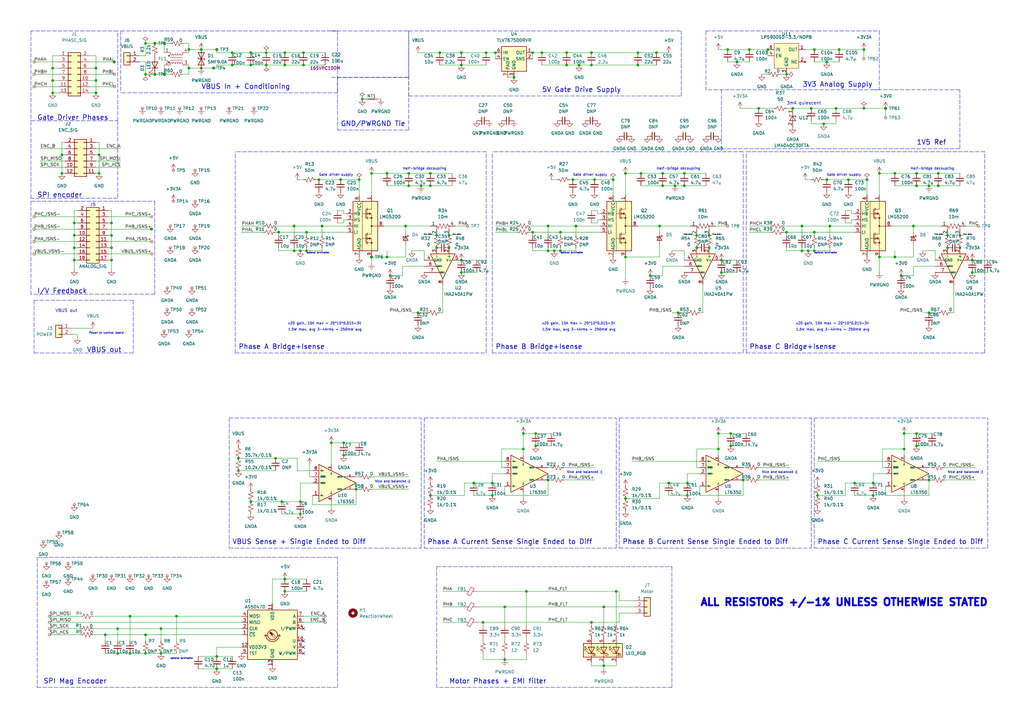
<source format=kicad_sch>
(kicad_sch (version 20211123) (generator eeschema)
  (paper "A3")
  (junction (at 381 196.85))
  (junction (at 87.63 27.94))
  (junction (at 72.39 252.73))
  (junction (at 123.19 102.87))
  (junction (at 294.64 184.15))
  (junction (at 294.64 177.8))
  (junction (at 167.64 71.12))
  (junction (at 59.69 17.78))
  (junction (at 30.48 91.44))
  (junction (at 48.26 257.81))
  (junction (at 334.01 95.25))
  (junction (at 201.93 203.2))
  (junction (at 40.64 63.5))
  (junction (at 224.79 102.87))
  (junction (at 227.33 102.87))
  (junction (at 218.44 21.59))
  (junction (at 102.87 26.67))
  (junction (at 39.37 27.94))
  (junction (at 198.12 255.27))
  (junction (at 381 76.2))
  (junction (at 243.84 73.66))
  (junction (at 130.81 73.66))
  (junction (at 176.53 71.12))
  (junction (at 135.89 181.61))
  (junction (at 176.53 76.2))
  (junction (at 354.33 44.45))
  (junction (at 124.46 26.67))
  (junction (at 328.93 92.71))
  (junction (at 120.65 102.87))
  (junction (at 219.71 177.8))
  (junction (at 256.54 105.41))
  (junction (at 299.72 182.88))
  (junction (at 48.26 267.97))
  (junction (at 222.25 21.59))
  (junction (at 148.59 40.64))
  (junction (at 347.98 73.66))
  (junction (at 180.34 21.59))
  (junction (at 224.79 196.85))
  (junction (at 384.81 76.2))
  (junction (at 176.53 203.2))
  (junction (at 232.41 26.67))
  (junction (at 189.23 111.76))
  (junction (at 167.64 76.2))
  (junction (at 88.9 20.32))
  (junction (at 271.78 71.12))
  (junction (at 97.79 193.04))
  (junction (at 295.91 111.76))
  (junction (at 375.92 182.88))
  (junction (at 158.75 71.12))
  (junction (at 63.5 30.48))
  (junction (at 30.48 101.6))
  (junction (at 358.14 203.2))
  (junction (at 393.7 101.6))
  (junction (at 252.73 242.57))
  (junction (at 59.69 267.97))
  (junction (at 398.78 106.68))
  (junction (at 299.72 177.8))
  (junction (at 140.97 186.69))
  (junction (at 229.87 102.87))
  (junction (at 398.78 111.76))
  (junction (at 388.62 101.6))
  (junction (at 261.62 26.67))
  (junction (at 271.78 76.2))
  (junction (at 360.68 71.12))
  (junction (at 123.19 205.74))
  (junction (at 184.15 101.6))
  (junction (at 251.46 73.66))
  (junction (at 237.49 26.67))
  (junction (at 256.54 204.47))
  (junction (at 358.14 198.12))
  (junction (at 109.22 21.59))
  (junction (at 375.92 76.2))
  (junction (at 210.82 31.75))
  (junction (at 332.74 44.45))
  (junction (at 342.9 44.45))
  (junction (at 281.94 198.12))
  (junction (at 62.1353 93.98))
  (junction (at 39.37 38.1))
  (junction (at 325.12 44.45))
  (junction (at 25.4 63.5))
  (junction (at 367.03 105.41))
  (junction (at 67.31 30.48))
  (junction (at 363.22 44.45))
  (junction (at 314.96 20.32))
  (junction (at 120.65 92.71))
  (junction (at 140.97 181.61))
  (junction (at 242.57 21.59))
  (junction (at 179.07 101.6))
  (junction (at 53.34 267.97))
  (junction (at 95.25 26.67))
  (junction (at 43.18 260.35))
  (junction (at 369.57 113.03))
  (junction (at 393.7 96.52))
  (junction (at 339.09 73.66))
  (junction (at 160.02 113.03))
  (junction (at 59.69 260.35))
  (junction (at 269.24 21.59))
  (junction (at 25.4 71.12))
  (junction (at 124.46 21.59))
  (junction (at 67.31 17.78))
  (junction (at 334.01 102.87))
  (junction (at 214.63 184.15))
  (junction (at 189.23 21.59))
  (junction (at 290.83 96.52))
  (junction (at 276.86 76.2))
  (junction (at 311.15 44.45))
  (junction (at 102.87 21.59))
  (junction (at 375.92 71.12))
  (junction (at 280.67 71.12))
  (junction (at 281.94 203.2))
  (junction (at 147.32 73.66))
  (junction (at 82.55 20.32))
  (junction (at 335.28 203.2))
  (junction (at 337.82 50.8))
  (junction (at 322.58 95.25))
  (junction (at 199.39 21.59))
  (junction (at 355.6 73.66))
  (junction (at 189.23 26.67))
  (junction (at 132.08 92.71))
  (junction (at 247.65 248.92))
  (junction (at 158.75 105.41))
  (junction (at 242.57 255.27))
  (junction (at 331.47 102.87))
  (junction (at 21.59 27.94))
  (junction (at 350.52 198.12))
  (junction (at 270.51 92.71))
  (junction (at 45.72 91.44))
  (junction (at 66.04 267.97))
  (junction (at 166.37 92.71))
  (junction (at 295.91 106.68))
  (junction (at 139.7 73.66))
  (junction (at 123.19 210.82))
  (junction (at 172.72 76.2))
  (junction (at 115.57 205.74))
  (junction (at 63.5 17.78))
  (junction (at 116.84 237.49))
  (junction (at 215.9 242.57))
  (junction (at 262.89 71.12))
  (junction (at 179.07 96.52))
  (junction (at 45.72 106.68))
  (junction (at 203.2 21.59))
  (junction (at 171.45 128.27))
  (junction (at 125.73 95.25))
  (junction (at 82.55 27.94))
  (junction (at 224.79 92.71))
  (junction (at 370.84 177.8))
  (junction (at 340.36 92.71))
  (junction (at 88.9 274.32))
  (junction (at 307.34 20.32))
  (junction (at 256.54 71.12))
  (junction (at 302.26 25.4))
  (junction (at 109.22 26.67))
  (junction (at 40.64 71.12))
  (junction (at 184.15 96.52))
  (junction (at 214.63 177.8))
  (junction (at 322.58 30.48))
  (junction (at 360.68 105.41))
  (junction (at 207.01 248.92))
  (junction (at 344.17 20.32))
  (junction (at 236.22 92.71))
  (junction (at 114.3 95.25))
  (junction (at 261.62 21.59))
  (junction (at 207.01 270.51))
  (junction (at 367.03 71.12))
  (junction (at 354.33 20.32))
  (junction (at 328.93 102.87))
  (junction (at 30.48 96.52))
  (junction (at 30.48 106.68))
  (junction (at 242.57 26.67))
  (junction (at 88.9 269.24))
  (junction (at 218.44 95.25))
  (junction (at 125.73 102.87))
  (junction (at 280.67 76.2))
  (junction (at 278.13 128.27))
  (junction (at 234.95 73.66))
  (junction (at 146.05 200.66))
  (junction (at 77.47 20.32))
  (junction (at 229.87 95.25))
  (junction (at 290.83 101.6))
  (junction (at 285.75 101.6))
  (junction (at 375.92 177.8))
  (junction (at 274.32 198.12))
  (junction (at 194.31 198.12))
  (junction (at 381 128.27))
  (junction (at 304.8 196.85))
  (junction (at 247.65 273.05))
  (junction (at 388.62 96.52))
  (junction (at 285.75 96.52))
  (junction (at 21.59 33.02))
  (junction (at 66.04 257.81))
  (junction (at 59.69 30.48))
  (junction (at 95.25 21.59))
  (junction (at 384.81 71.12))
  (junction (at 45.72 96.52))
  (junction (at 77.47 27.94))
  (junction (at 201.93 198.12))
  (junction (at 102.87 205.74))
  (junction (at 39.37 33.02))
  (junction (at 339.09 25.4))
  (junction (at 232.41 21.59))
  (junction (at 21.59 38.1))
  (junction (at 116.84 21.59))
  (junction (at 116.84 242.57))
  (junction (at 374.65 92.71))
  (junction (at 266.7 113.03))
  (junction (at 189.23 106.68))
  (junction (at 113.03 187.96))
  (junction (at 116.84 26.67))
  (junction (at 298.45 20.32))
  (junction (at 219.71 182.88))
  (junction (at 97.79 187.96))
  (junction (at 334.01 20.32))
  (junction (at 45.72 101.6))
  (junction (at 152.4 71.12))
  (junction (at 370.84 184.15))
  (junction (at 53.34 252.73))
  (junction (at 46.8654 25.4))
  (junction (at 152.4 105.41))
  (no_connect (at 124.46 265.43))
  (no_connect (at 124.46 257.81))
  (no_connect (at 124.46 262.89))
  (no_connect (at 124.46 267.97))
  (wire (pts (xy 328.93 102.87) (xy 331.47 102.87)))
  (wire (pts (xy 190.5 198.12) (xy 194.31 198.12)))
  (wire (pts (xy 226.06 177.8) (xy 219.71 177.8)))
  (wire (pts (xy 135.89 205.74) (xy 135.89 208.28)))
  (wire (pts (xy 275.59 128.27) (xy 278.13 128.27)))
  (wire (pts (xy 26.67 63.5) (xy 25.4 63.5)))
  (wire (pts (xy 132.08 102.87) (xy 132.08 101.6)))
  (wire (pts (xy 102.87 26.67) (xy 109.22 26.67)))
  (wire (pts (xy 381 128.27) (xy 384.81 128.27)))
  (wire (pts (xy 367.03 105.41) (xy 360.68 105.41)))
  (wire (pts (xy 125.73 95.25) (xy 125.73 96.52)))
  (wire (pts (xy 25.4 63.5) (xy 25.4 58.42)))
  (wire (pts (xy 39.37 27.94) (xy 39.37 22.86)))
  (wire (pts (xy 167.64 76.2) (xy 172.72 76.2)))
  (wire (pts (xy 128.27 203.2) (xy 128.27 207.01)))
  (polyline (pts (xy 96.52 144.78) (xy 199.39 144.78)))
  (wire (pts (xy 195.58 248.92) (xy 207.01 248.92)))
  (wire (pts (xy 375.92 182.88) (xy 382.27 182.88)))
  (wire (pts (xy 48.26 257.81) (xy 48.26 262.89)))
  (wire (pts (xy 287.02 199.39) (xy 287.02 203.2)))
  (wire (pts (xy 295.91 106.68) (xy 302.26 106.68)))
  (wire (pts (xy 20.32 257.81) (xy 32.9597 257.81)))
  (wire (pts (xy 398.78 106.68) (xy 405.13 106.68)))
  (wire (pts (xy 127 190.5) (xy 127 195.58)))
  (wire (pts (xy 332.74 44.45) (xy 342.9 44.45)))
  (polyline (pts (xy 135.89 12.7) (xy 167.64 12.7)))
  (wire (pts (xy 62.23 93.98) (xy 62.1353 93.98)))
  (wire (pts (xy 132.08 92.71) (xy 142.24 92.71)))
  (polyline (pts (xy 403.86 62.23) (xy 306.07 62.23)))
  (wire (pts (xy 43.18 260.35) (xy 38.1 260.35)))
  (wire (pts (xy 242.57 91.44) (xy 245.11 91.44)))
  (wire (pts (xy 124.46 26.67) (xy 133.35 26.67)))
  (wire (pts (xy 165.1 109.22) (xy 173.99 109.22)))
  (wire (pts (xy 207.01 270.51) (xy 198.12 270.51)))
  (wire (pts (xy 271.78 113.03) (xy 271.78 109.22)))
  (wire (pts (xy 44.45 106.68) (xy 45.72 106.68)))
  (wire (pts (xy 363.22 44.45) (xy 363.22 48.26)))
  (wire (pts (xy 381 191.77) (xy 382.27 191.77)))
  (wire (pts (xy 262.89 71.12) (xy 256.54 71.12)))
  (wire (pts (xy 342.9 49.53) (xy 342.9 50.8)))
  (wire (pts (xy 77.47 26.67) (xy 77.47 27.94)))
  (wire (pts (xy 129.54 73.66) (xy 130.81 73.66)))
  (wire (pts (xy 245.11 90.17) (xy 246.38 90.17)))
  (wire (pts (xy 378.46 102.87) (xy 383.54 102.87)))
  (wire (pts (xy 67.31 21.59) (xy 67.31 17.78)))
  (wire (pts (xy 314.96 20.32) (xy 314.96 22.86)))
  (wire (pts (xy 20.32 252.73) (xy 33.02 252.73)))
  (polyline (pts (xy 15.24 228.6) (xy 15.24 281.94)))
  (wire (pts (xy 189.23 111.76) (xy 195.58 111.76)))
  (wire (pts (xy 77.47 27.94) (xy 82.55 27.94)))
  (wire (pts (xy 30.48 86.36) (xy 31.75 86.36)))
  (wire (pts (xy 139.7 73.66) (xy 147.32 73.66)))
  (wire (pts (xy 217.17 95.25) (xy 218.44 95.25)))
  (wire (pts (xy 274.32 203.2) (xy 281.94 203.2)))
  (wire (pts (xy 394.97 96.52) (xy 393.7 96.52)))
  (wire (pts (xy 370.84 201.93) (xy 370.84 204.47)))
  (wire (pts (xy 167.64 71.12) (xy 158.75 71.12)))
  (wire (pts (xy 123.19 102.87) (xy 125.73 102.87)))
  (wire (pts (xy 21.59 22.86) (xy 24.13 22.86)))
  (wire (pts (xy 218.44 101.6) (xy 218.44 102.87)))
  (wire (pts (xy 334.01 95.25) (xy 350.52 95.25)))
  (polyline (pts (xy 334.01 171.45) (xy 405.13 171.45)))
  (wire (pts (xy 30.48 106.68) (xy 30.48 101.6)))
  (wire (pts (xy 271.78 71.12) (xy 262.89 71.12)))
  (wire (pts (xy 252.73 273.05) (xy 252.73 271.78)))
  (polyline (pts (xy 138.43 38.1) (xy 49.53 38.1)))
  (wire (pts (xy 120.65 92.71) (xy 120.65 96.52)))
  (wire (pts (xy 322.58 102.87) (xy 328.93 102.87)))
  (wire (pts (xy 113.03 187.96) (xy 121.92 187.96)))
  (wire (pts (xy 109.22 21.59) (xy 116.84 21.59)))
  (wire (pts (xy 361.95 184.15) (xy 370.84 184.15)))
  (wire (pts (xy 334.01 101.6) (xy 334.01 102.87)))
  (polyline (pts (xy 93.98 224.79) (xy 172.72 224.79)))
  (wire (pts (xy 40.64 71.12) (xy 39.37 71.12)))
  (wire (pts (xy 186.69 92.71) (xy 191.77 92.71)))
  (wire (pts (xy 39.37 22.86) (xy 36.83 22.86)))
  (wire (pts (xy 31.75 138.43) (xy 31.75 137.16)))
  (wire (pts (xy 340.36 102.87) (xy 340.36 101.6)))
  (wire (pts (xy 99.06 265.43) (xy 88.9 265.43)))
  (wire (pts (xy 189.23 21.59) (xy 199.39 21.59)))
  (wire (pts (xy 274.32 21.59) (xy 269.24 21.59)))
  (wire (pts (xy 335.28 203.2) (xy 346.71 203.2)))
  (wire (pts (xy 13.97 25.4) (xy 24.13 25.4)))
  (wire (pts (xy 287.02 191.77) (xy 285.75 191.77)))
  (wire (pts (xy 120.65 102.87) (xy 123.19 102.87)))
  (wire (pts (xy 363.22 191.77) (xy 361.95 191.77)))
  (wire (pts (xy 325.12 44.45) (xy 332.74 44.45)))
  (wire (pts (xy 63.5 30.48) (xy 67.31 30.48)))
  (polyline (pts (xy 295.91 60.96) (xy 393.7 60.96)))
  (polyline (pts (xy 275.59 281.94) (xy 179.07 281.94)))
  (wire (pts (xy 349.25 86.36) (xy 346.71 86.36)))
  (wire (pts (xy 124.46 26.67) (xy 116.84 26.67)))
  (wire (pts (xy 294.64 177.8) (xy 294.64 184.15)))
  (wire (pts (xy 45.72 106.68) (xy 45.72 101.6)))
  (wire (pts (xy 81.28 269.24) (xy 88.9 269.24)))
  (wire (pts (xy 147.32 181.61) (xy 140.97 181.61)))
  (wire (pts (xy 276.86 76.2) (xy 280.67 76.2)))
  (wire (pts (xy 57.15 25.4) (xy 59.69 25.4)))
  (wire (pts (xy 95.25 26.67) (xy 102.87 26.67)))
  (wire (pts (xy 280.67 76.2) (xy 289.56 76.2)))
  (wire (pts (xy 236.22 92.71) (xy 236.22 96.52)))
  (wire (pts (xy 88.9 274.32) (xy 95.25 274.32)))
  (wire (pts (xy 275.59 102.87) (xy 280.67 102.87)))
  (wire (pts (xy 339.09 73.66) (xy 347.98 73.66)))
  (wire (pts (xy 218.44 21.59) (xy 222.25 21.59)))
  (wire (pts (xy 375.92 71.12) (xy 367.03 71.12)))
  (wire (pts (xy 252.73 242.57) (xy 252.73 256.54)))
  (wire (pts (xy 293.37 92.71) (xy 298.45 92.71)))
  (wire (pts (xy 21.59 27.94) (xy 21.59 22.86)))
  (wire (pts (xy 247.65 256.54) (xy 247.65 248.92)))
  (wire (pts (xy 224.79 191.77) (xy 226.06 191.77)))
  (wire (pts (xy 77.47 20.32) (xy 82.55 20.32)))
  (polyline (pts (xy 63.5 82.55) (xy 63.5 120.65)))
  (wire (pts (xy 322.58 95.25) (xy 322.58 96.52)))
  (wire (pts (xy 270.51 100.33) (xy 270.51 105.41)))
  (wire (pts (xy 363.22 194.31) (xy 358.14 194.31)))
  (wire (pts (xy 247.65 273.05) (xy 242.57 273.05)))
  (wire (pts (xy 242.57 273.05) (xy 242.57 271.78)))
  (wire (pts (xy 261.62 92.71) (xy 270.51 92.71)))
  (wire (pts (xy 194.31 203.2) (xy 201.93 203.2)))
  (wire (pts (xy 16.51 66.04) (xy 26.67 66.04)))
  (polyline (pts (xy 279.4 39.37) (xy 279.4 12.7)))
  (wire (pts (xy 396.24 92.71) (xy 401.32 92.71)))
  (polyline (pts (xy 403.86 144.78) (xy 403.86 62.23)))
  (wire (pts (xy 367.03 71.12) (xy 360.68 71.12)))
  (wire (pts (xy 358.14 194.31) (xy 358.14 198.12)))
  (wire (pts (xy 138.43 91.44) (xy 140.97 91.44)))
  (wire (pts (xy 205.74 184.15) (xy 214.63 184.15)))
  (wire (pts (xy 203.2 92.71) (xy 212.09 92.71)))
  (wire (pts (xy 207.01 270.51) (xy 215.9 270.51)))
  (wire (pts (xy 180.34 128.27) (xy 181.61 128.27)))
  (wire (pts (xy 222.25 21.59) (xy 232.41 21.59)))
  (wire (pts (xy 25.4 58.42) (xy 26.67 58.42)))
  (wire (pts (xy 254 251.46) (xy 254 255.27)))
  (wire (pts (xy 198.12 270.51) (xy 198.12 267.97)))
  (wire (pts (xy 334.01 102.87) (xy 340.36 102.87)))
  (polyline (pts (xy 304.8 144.78) (xy 304.8 62.23)))
  (wire (pts (xy 215.9 242.57) (xy 252.73 242.57)))
  (wire (pts (xy 63.5 17.78) (xy 67.31 17.78)))
  (wire (pts (xy 125.73 95.25) (xy 142.24 95.25)))
  (wire (pts (xy 281.94 194.31) (xy 281.94 198.12)))
  (wire (pts (xy 219.71 182.88) (xy 226.06 182.88)))
  (wire (pts (xy 97.79 187.96) (xy 113.03 187.96)))
  (wire (pts (xy 45.72 110.49) (xy 45.72 106.68)))
  (wire (pts (xy 31.75 93.98) (xy 13.97 93.98)))
  (wire (pts (xy 40.64 58.42) (xy 39.37 58.42)))
  (wire (pts (xy 287.02 194.31) (xy 281.94 194.31)))
  (polyline (pts (xy 173.99 224.79) (xy 252.73 224.79)))
  (wire (pts (xy 331.47 102.87) (xy 334.01 102.87)))
  (wire (pts (xy 266.7 113.03) (xy 271.78 113.03)))
  (wire (pts (xy 152.4 105.41) (xy 152.4 107.95)))
  (polyline (pts (xy 360.68 12.7) (xy 360.68 36.83)))
  (wire (pts (xy 269.24 21.59) (xy 261.62 21.59)))
  (wire (pts (xy 62.23 104.14) (xy 44.45 104.14)))
  (wire (pts (xy 224.79 101.6) (xy 224.79 102.87)))
  (wire (pts (xy 334.01 20.32) (xy 344.17 20.32)))
  (wire (pts (xy 234.95 73.66) (xy 243.84 73.66)))
  (wire (pts (xy 370.84 184.15) (xy 370.84 186.69)))
  (wire (pts (xy 261.62 26.67) (xy 269.24 26.67)))
  (wire (pts (xy 337.82 50.8) (xy 342.9 50.8)))
  (wire (pts (xy 25.4 63.5) (xy 25.4 71.12)))
  (wire (pts (xy 247.65 248.92) (xy 260.35 248.92)))
  (wire (pts (xy 53.34 267.97) (xy 59.69 267.97)))
  (polyline (pts (xy 306.07 144.78) (xy 403.86 144.78)))
  (wire (pts (xy 181.61 248.92) (xy 190.5 248.92)))
  (wire (pts (xy 229.87 95.25) (xy 246.38 95.25)))
  (wire (pts (xy 177.8 96.52) (xy 179.07 96.52)))
  (wire (pts (xy 280.67 71.12) (xy 271.78 71.12)))
  (wire (pts (xy 321.31 92.71) (xy 328.93 92.71)))
  (wire (pts (xy 13.97 35.56) (xy 24.13 35.56)))
  (wire (pts (xy 31.75 91.44) (xy 30.48 91.44)))
  (wire (pts (xy 224.79 92.71) (xy 236.22 92.71)))
  (wire (pts (xy 242.57 21.59) (xy 261.62 21.59)))
  (wire (pts (xy 125.73 102.87) (xy 132.08 102.87)))
  (wire (pts (xy 49.53 66.04) (xy 39.37 66.04)))
  (wire (pts (xy 62.1353 93.98) (xy 44.45 93.98)))
  (wire (pts (xy 214.63 177.8) (xy 214.63 184.15)))
  (wire (pts (xy 207.01 199.39) (xy 207.01 203.2)))
  (wire (pts (xy 116.84 237.49) (xy 125.73 237.49)))
  (wire (pts (xy 328.93 101.6) (xy 328.93 102.87)))
  (wire (pts (xy 363.22 203.2) (xy 381 203.2)))
  (wire (pts (xy 166.37 105.41) (xy 158.75 105.41)))
  (wire (pts (xy 349.25 91.44) (xy 349.25 90.17)))
  (wire (pts (xy 280.67 71.12) (xy 289.56 71.12)))
  (polyline (pts (xy 334.01 171.45) (xy 334.01 224.79)))
  (wire (pts (xy 226.06 73.66) (xy 228.6 73.66)))
  (wire (pts (xy 111.76 237.49) (xy 111.76 247.65)))
  (wire (pts (xy 38.1 252.73) (xy 53.34 252.73)))
  (polyline (pts (xy 334.01 224.79) (xy 405.13 224.79)))
  (wire (pts (xy 243.84 73.66) (xy 251.46 73.66)))
  (polyline (pts (xy 138.43 228.6) (xy 15.24 228.6)))
  (wire (pts (xy 140.97 87.63) (xy 140.97 86.36)))
  (wire (pts (xy 53.34 252.73) (xy 53.34 262.89)))
  (wire (pts (xy 46.8654 25.4) (xy 36.83 25.4)))
  (wire (pts (xy 158.75 105.41) (xy 152.4 105.41)))
  (wire (pts (xy 207.01 203.2) (xy 224.79 203.2)))
  (wire (pts (xy 346.71 203.2) (xy 346.71 198.12)))
  (wire (pts (xy 360.68 105.41) (xy 360.68 111.76)))
  (wire (pts (xy 59.69 25.4) (xy 59.69 30.48)))
  (wire (pts (xy 262.89 76.2) (xy 271.78 76.2)))
  (wire (pts (xy 214.63 201.93) (xy 214.63 204.47)))
  (wire (pts (xy 369.57 113.03) (xy 374.65 113.03)))
  (wire (pts (xy 59.69 30.48) (xy 63.5 30.48)))
  (wire (pts (xy 181.61 116.84) (xy 181.61 128.27)))
  (wire (pts (xy 38.0397 257.81) (xy 48.26 257.81)))
  (wire (pts (xy 48.26 257.81) (xy 66.04 257.81)))
  (polyline (pts (xy 254 171.45) (xy 254 224.79)))
  (wire (pts (xy 389.89 128.27) (xy 391.16 128.27)))
  (wire (pts (xy 251.46 73.66) (xy 251.46 80.01)))
  (wire (pts (xy 344.17 20.32) (xy 354.33 20.32)))
  (wire (pts (xy 387.35 96.52) (xy 388.62 96.52)))
  (wire (pts (xy 48.26 267.97) (xy 53.34 267.97)))
  (wire (pts (xy 370.84 177.8) (xy 370.84 184.15)))
  (wire (pts (xy 292.1 96.52) (xy 290.83 96.52)))
  (wire (pts (xy 124.46 255.27) (xy 133.35 255.27)))
  (wire (pts (xy 87.63 27.94) (xy 88.9 27.94)))
  (polyline (pts (xy 138.43 31.75) (xy 167.64 31.75)))
  (wire (pts (xy 20.32 255.27) (xy 99.06 255.27)))
  (wire (pts (xy 335.28 189.23) (xy 363.22 189.23)))
  (wire (pts (xy 21.59 38.1) (xy 21.59 33.02)))
  (wire (pts (xy 116.84 242.57) (xy 125.73 242.57)))
  (wire (pts (xy 189.23 26.67) (xy 199.39 26.67)))
  (wire (pts (xy 176.53 76.2) (xy 185.42 76.2)))
  (polyline (pts (xy 48.26 81.28) (xy 12.7 81.28)))
  (wire (pts (xy 229.87 102.87) (xy 236.22 102.87)))
  (wire (pts (xy 121.92 187.96) (xy 121.92 193.04)))
  (wire (pts (xy 374.65 100.33) (xy 374.65 105.41)))
  (wire (pts (xy 381 76.2) (xy 384.81 76.2)))
  (wire (pts (xy 158.75 102.87) (xy 158.75 105.41)))
  (wire (pts (xy 284.48 96.52) (xy 285.75 96.52)))
  (polyline (pts (xy 12.7 82.55) (xy 12.7 120.65)))
  (wire (pts (xy 363.22 199.39) (xy 363.22 203.2)))
  (wire (pts (xy 102.87 21.59) (xy 109.22 21.59)))
  (wire (pts (xy 147.32 73.66) (xy 147.32 80.01)))
  (wire (pts (xy 203.2 95.25) (xy 212.09 95.25)))
  (wire (pts (xy 39.37 27.94) (xy 36.83 27.94)))
  (polyline (pts (xy 360.68 36.83) (xy 289.56 36.83)))
  (polyline (pts (xy 405.13 224.79) (xy 405.13 171.45)))
  (wire (pts (xy 72.39 252.73) (xy 99.06 252.73)))
  (wire (pts (xy 256.54 204.47) (xy 270.51 204.47)))
  (wire (pts (xy 39.37 38.1) (xy 36.83 38.1)))
  (wire (pts (xy 102.87 205.74) (xy 115.57 205.74)))
  (wire (pts (xy 347.98 73.66) (xy 355.6 73.66)))
  (wire (pts (xy 74.93 17.78) (xy 77.47 17.78)))
  (polyline (pts (xy 254 171.45) (xy 332.74 171.45)))
  (wire (pts (xy 43.18 260.35) (xy 43.18 262.89)))
  (wire (pts (xy 59.69 17.78) (xy 63.5 17.78)))
  (polyline (pts (xy 54.61 123.19) (xy 54.61 144.78)))
  (wire (pts (xy 199.39 21.59) (xy 203.2 21.59)))
  (wire (pts (xy 82.55 27.94) (xy 87.63 27.94)))
  (wire (pts (xy 31.75 104.14) (xy 13.97 104.14)))
  (wire (pts (xy 236.22 102.87) (xy 236.22 101.6)))
  (wire (pts (xy 109.22 26.67) (xy 116.84 26.67)))
  (wire (pts (xy 135.89 181.61) (xy 135.89 190.5)))
  (wire (pts (xy 374.65 92.71) (xy 374.65 95.25)))
  (wire (pts (xy 232.41 26.67) (xy 237.49 26.67)))
  (wire (pts (xy 181.61 242.57) (xy 190.5 242.57)))
  (wire (pts (xy 198.12 261.62) (xy 198.12 262.89)))
  (wire (pts (xy 285.75 191.77) (xy 285.75 184.15)))
  (polyline (pts (xy 138.43 12.7) (xy 138.43 38.1)))
  (wire (pts (xy 44.45 91.44) (xy 45.72 91.44)))
  (wire (pts (xy 311.15 191.77) (xy 323.85 191.77)))
  (wire (pts (xy 307.34 20.32) (xy 314.96 20.32)))
  (wire (pts (xy 198.12 255.27) (xy 242.57 255.27)))
  (polyline (pts (xy 93.98 171.45) (xy 93.98 224.79)))
  (wire (pts (xy 185.42 96.52) (xy 184.15 96.52)))
  (wire (pts (xy 207.01 248.92) (xy 207.01 256.54)))
  (wire (pts (xy 332.74 50.8) (xy 332.74 49.53)))
  (wire (pts (xy 31.75 106.68) (xy 30.48 106.68)))
  (polyline (pts (xy 179.07 232.41) (xy 275.59 232.41)))
  (wire (pts (xy 124.46 21.59) (xy 116.84 21.59)))
  (wire (pts (xy 245.11 86.36) (xy 242.57 86.36)))
  (wire (pts (xy 45.72 96.52) (xy 45.72 91.44)))
  (wire (pts (xy 49.53 60.96) (xy 39.37 60.96)))
  (polyline (pts (xy 289.56 12.7) (xy 289.56 36.83)))
  (wire (pts (xy 88.9 269.24) (xy 95.25 269.24)))
  (wire (pts (xy 270.51 92.71) (xy 270.51 95.25)))
  (wire (pts (xy 337.82 73.66) (xy 339.09 73.66)))
  (wire (pts (xy 349.25 90.17) (xy 350.52 90.17)))
  (wire (pts (xy 157.48 92.71) (xy 166.37 92.71)))
  (wire (pts (xy 189.23 106.68) (xy 195.58 106.68)))
  (polyline (pts (xy 199.39 62.23) (xy 96.52 62.23)))
  (wire (pts (xy 381 196.85) (xy 382.27 196.85)))
  (wire (pts (xy 287.02 203.2) (xy 304.8 203.2)))
  (wire (pts (xy 247.65 273.05) (xy 252.73 273.05)))
  (wire (pts (xy 181.61 255.27) (xy 190.5 255.27)))
  (wire (pts (xy 40.64 63.5) (xy 39.37 63.5)))
  (wire (pts (xy 218.44 95.25) (xy 229.87 95.25)))
  (wire (pts (xy 307.34 92.71) (xy 316.23 92.71)))
  (wire (pts (xy 207.01 267.97) (xy 207.01 270.51)))
  (wire (pts (xy 350.52 203.2) (xy 358.14 203.2)))
  (polyline (pts (xy 54.61 144.78) (xy 13.97 144.78)))
  (wire (pts (xy 271.78 76.2) (xy 276.86 76.2)))
  (wire (pts (xy 31.75 96.52) (xy 30.48 96.52)))
  (wire (pts (xy 367.03 76.2) (xy 375.92 76.2)))
  (polyline (pts (xy 49.53 12.7) (xy 49.53 38.1)))
  (wire (pts (xy 330.2 20.32) (xy 334.01 20.32)))
  (wire (pts (xy 288.29 116.84) (xy 288.29 128.27)))
  (polyline (pts (xy 167.64 12.7) (xy 167.64 39.37)))
  (polyline (pts (xy 48.26 49.53) (xy 48.26 81.28)))
  (wire (pts (xy 224.79 92.71) (xy 224.79 96.52)))
  (wire (pts (xy 180.34 21.59) (xy 189.23 21.59)))
  (wire (pts (xy 88.9 26.67) (xy 95.25 26.67)))
  (wire (pts (xy 44.45 96.52) (xy 45.72 96.52)))
  (wire (pts (xy 123.19 198.12) (xy 123.19 205.74)))
  (wire (pts (xy 274.32 198.12) (xy 281.94 198.12)))
  (wire (pts (xy 49.53 68.58) (xy 39.37 68.58)))
  (wire (pts (xy 180.34 26.67) (xy 189.23 26.67)))
  (wire (pts (xy 322.58 44.45) (xy 325.12 44.45)))
  (wire (pts (xy 295.91 111.76) (xy 302.26 111.76)))
  (wire (pts (xy 387.35 191.77) (xy 400.05 191.77)))
  (wire (pts (xy 16.51 60.96) (xy 26.67 60.96)))
  (wire (pts (xy 340.36 92.71) (xy 340.36 96.52)))
  (polyline (pts (xy 138.43 53.34) (xy 167.64 53.34)))
  (wire (pts (xy 140.97 91.44) (xy 140.97 90.17)))
  (polyline (pts (xy 49.53 12.7) (xy 138.43 12.7)))
  (wire (pts (xy 114.3 101.6) (xy 114.3 102.87)))
  (wire (pts (xy 381 203.2) (xy 381 196.85)))
  (wire (pts (xy 224.79 102.87) (xy 227.33 102.87)))
  (wire (pts (xy 355.6 73.66) (xy 355.6 80.01)))
  (wire (pts (xy 25.4 71.12) (xy 26.67 71.12)))
  (wire (pts (xy 294.64 184.15) (xy 294.64 186.69)))
  (wire (pts (xy 45.72 86.36) (xy 44.45 86.36)))
  (wire (pts (xy 46.99 30.48) (xy 36.83 30.48)))
  (wire (pts (xy 77.47 21.59) (xy 77.47 20.32)))
  (wire (pts (xy 66.04 257.81) (xy 99.06 257.81)))
  (wire (pts (xy 203.2 21.59) (xy 203.2 24.13)))
  (wire (pts (xy 280.67 102.87) (xy 280.67 106.68)))
  (polyline (pts (xy 15.24 281.94) (xy 138.43 281.94)))
  (wire (pts (xy 378.46 128.27) (xy 381 128.27)))
  (polyline (pts (xy 172.72 224.79) (xy 172.72 171.45)))
  (wire (pts (xy 205.74 191.77) (xy 205.74 184.15)))
  (polyline (pts (xy 138.43 281.94) (xy 138.43 228.6)))
  (wire (pts (xy 114.3 95.25) (xy 114.3 96.52)))
  (wire (pts (xy 322.58 95.25) (xy 334.01 95.25)))
  (wire (pts (xy 205.74 191.77) (xy 207.01 191.77)))
  (polyline (pts (xy 63.5 120.65) (xy 12.7 120.65)))
  (wire (pts (xy 39.37 33.02) (xy 39.37 27.94)))
  (wire (pts (xy 59.69 22.86) (xy 59.69 17.78)))
  (wire (pts (xy 374.65 109.22) (xy 383.54 109.22)))
  (wire (pts (xy 39.37 33.02) (xy 36.83 33.02)))
  (wire (pts (xy 246.38 87.63) (xy 245.11 87.63)))
  (wire (pts (xy 66.04 257.81) (xy 66.04 262.89)))
  (wire (pts (xy 322.58 101.6) (xy 322.58 102.87)))
  (wire (pts (xy 30.48 101.6) (xy 30.48 96.52)))
  (wire (pts (xy 256.54 71.12) (xy 256.54 80.01)))
  (wire (pts (xy 40.64 58.42) (xy 40.64 63.5)))
  (wire (pts (xy 67.31 17.78) (xy 69.85 17.78)))
  (polyline (pts (xy 93.98 171.45) (xy 172.72 171.45)))
  (wire (pts (xy 45.72 101.6) (xy 45.72 96.52)))
  (wire (pts (xy 194.31 198.12) (xy 201.93 198.12)))
  (polyline (pts (xy 167.64 31.75) (xy 167.64 12.7)))
  (polyline (pts (xy 173.99 171.45) (xy 252.73 171.45)))
  (wire (pts (xy 278.13 128.27) (xy 281.94 128.27)))
  (wire (pts (xy 350.52 87.63) (xy 349.25 87.63)))
  (wire (pts (xy 46.99 35.56) (xy 36.83 35.56)))
  (wire (pts (xy 207.01 194.31) (xy 201.93 194.31)))
  (wire (pts (xy 337.82 50.8) (xy 332.74 50.8)))
  (wire (pts (xy 346.71 91.44) (xy 349.25 91.44)))
  (polyline (pts (xy 393.7 60.96) (xy 393.7 36.83)))
  (polyline (pts (xy 201.93 144.78) (xy 201.93 62.23)))
  (wire (pts (xy 294.64 20.32) (xy 298.45 20.32)))
  (wire (pts (xy 69.85 30.48) (xy 67.31 30.48)))
  (wire (pts (xy 321.31 95.25) (xy 322.58 95.25)))
  (wire (pts (xy 247.65 271.78) (xy 247.65 273.05)))
  (polyline (pts (xy 12.7 81.28) (xy 12.7 49.53)))
  (wire (pts (xy 176.53 71.12) (xy 185.42 71.12)))
  (wire (pts (xy 242.57 255.27) (xy 242.57 256.54)))
  (wire (pts (xy 21.59 33.02) (xy 24.13 33.02)))
  (wire (pts (xy 114.3 102.87) (xy 120.65 102.87)))
  (wire (pts (xy 349.25 87.63) (xy 349.25 86.36)))
  (wire (pts (xy 31.75 99.06) (xy 13.97 99.06)))
  (polyline (pts (xy 12.7 82.55) (xy 63.5 82.55)))
  (wire (pts (xy 247.65 273.05) (xy 247.65 274.32)))
  (wire (pts (xy 31.75 101.6) (xy 30.48 101.6)))
  (wire (pts (xy 354.33 44.45) (xy 363.22 44.45)))
  (wire (pts (xy 72.39 252.73) (xy 72.39 262.89)))
  (polyline (pts (xy 12.7 49.53) (xy 48.26 49.53)))
  (wire (pts (xy 391.16 116.84) (xy 391.16 128.27)))
  (wire (pts (xy 218.44 102.87) (xy 224.79 102.87)))
  (wire (pts (xy 384.81 76.2) (xy 393.7 76.2)))
  (polyline (pts (xy 199.39 144.78) (xy 199.39 62.23)))
  (wire (pts (xy 146.05 207.01) (xy 146.05 200.66)))
  (wire (pts (xy 148.59 40.64) (xy 149.86 40.64)))
  (wire (pts (xy 59.69 267.97) (xy 66.04 267.97)))
  (polyline (pts (xy 138.43 31.75) (xy 138.43 53.34)))
  (wire (pts (xy 114.3 95.25) (xy 125.73 95.25)))
  (polyline (pts (xy 201.93 144.78) (xy 304.8 144.78)))
  (wire (pts (xy 311.15 196.85) (xy 323.85 196.85)))
  (wire (pts (xy 154.94 40.64) (xy 156.21 40.64)))
  (wire (pts (xy 45.72 91.44) (xy 45.72 86.36)))
  (wire (pts (xy 361.95 191.77) (xy 361.95 184.15)))
  (wire (pts (xy 320.04 30.48) (xy 322.58 30.48)))
  (wire (pts (xy 254 251.46) (xy 260.35 251.46)))
  (polyline (pts (xy 48.26 12.7) (xy 12.7 12.7)))
  (polyline (pts (xy 306.07 144.78) (xy 306.07 62.23)))
  (wire (pts (xy 140.97 181.61) (xy 135.89 181.61)))
  (wire (pts (xy 303.53 44.45) (xy 311.15 44.45)))
  (wire (pts (xy 299.72 182.88) (xy 306.07 182.88)))
  (wire (pts (xy 232.41 21.59) (xy 242.57 21.59)))
  (wire (pts (xy 99.06 92.71) (xy 107.95 92.71)))
  (wire (pts (xy 195.58 242.57) (xy 215.9 242.57)))
  (wire (pts (xy 270.51 198.12) (xy 274.32 198.12)))
  (wire (pts (xy 215.9 242.57) (xy 215.9 256.54)))
  (wire (pts (xy 259.08 189.23) (xy 287.02 189.23)))
  (wire (pts (xy 201.93 194.31) (xy 201.93 198.12)))
  (wire (pts (xy 88.9 265.43) (xy 88.9 269.24)))
  (wire (pts (xy 59.69 260.35) (xy 59.69 262.89)))
  (wire (pts (xy 304.8 203.2) (xy 304.8 196.85)))
  (wire (pts (xy 298.45 25.4) (xy 302.26 25.4)))
  (wire (pts (xy 219.71 177.8) (xy 214.63 177.8)))
  (polyline (pts (xy 179.07 281.94) (xy 179.07 232.41)))
  (wire (pts (xy 62.23 99.06) (xy 44.45 99.06)))
  (wire (pts (xy 254 242.57) (xy 252.73 242.57)))
  (wire (pts (xy 298.45 20.32) (xy 307.34 20.32)))
  (wire (pts (xy 95.25 21.59) (xy 102.87 21.59)))
  (polyline (pts (xy 252.73 224.79) (xy 252.73 171.45)))
  (wire (pts (xy 88.9 27.94) (xy 88.9 26.67)))
  (polyline (pts (xy 135.89 31.75) (xy 167.64 31.75)))
  (polyline (pts (xy 304.8 62.23) (xy 201.93 62.23)))
  (wire (pts (xy 374.65 113.03) (xy 374.65 109.22)))
  (wire (pts (xy 40.64 63.5) (xy 40.64 71.12)))
  (wire (pts (xy 245.11 91.44) (xy 245.11 90.17)))
  (wire (pts (xy 198.12 255.27) (xy 198.12 256.54)))
  (wire (pts (xy 302.26 25.4) (xy 307.34 25.4)))
  (wire (pts (xy 120.65 101.6) (xy 120.65 102.87)))
  (wire (pts (xy 152.4 195.58) (xy 167.64 195.58)))
  (polyline (pts (xy 167.64 39.37) (xy 279.4 39.37)))
  (wire (pts (xy 168.91 128.27) (xy 171.45 128.27)))
  (wire (pts (xy 237.49 26.67) (xy 242.57 26.67)))
  (wire (pts (xy 271.78 109.22) (xy 280.67 109.22)))
  (wire (pts (xy 375.92 76.2) (xy 381 76.2)))
  (wire (pts (xy 158.75 71.12) (xy 152.4 71.12)))
  (wire (pts (xy 152.4 200.66) (xy 167.64 200.66)))
  (wire (pts (xy 350.52 198.12) (xy 358.14 198.12)))
  (wire (pts (xy 311.15 44.45) (xy 317.5 44.45)))
  (wire (pts (xy 21.59 33.02) (xy 21.59 27.94)))
  (polyline (pts (xy 96.52 144.78) (xy 96.52 62.23)))
  (wire (pts (xy 270.51 204.47) (xy 270.51 198.12)))
  (wire (pts (xy 66.04 267.97) (xy 72.39 267.97)))
  (wire (pts (xy 113.03 95.25) (xy 114.3 95.25)))
  (wire (pts (xy 330.2 73.66) (xy 332.74 73.66)))
  (wire (pts (xy 13.97 30.48) (xy 24.13 30.48)))
  (wire (pts (xy 304.8 191.77) (xy 306.07 191.77)))
  (wire (pts (xy 21.59 38.1) (xy 24.13 38.1)))
  (wire (pts (xy 99.06 260.35) (xy 59.69 260.35)))
  (wire (pts (xy 218.44 21.59) (xy 218.44 24.13)))
  (polyline (pts (xy 167.64 12.7) (xy 279.4 12.7)))
  (wire (pts (xy 16.51 68.58) (xy 26.67 68.58)))
  (wire (pts (xy 97.79 193.04) (xy 113.03 193.04)))
  (wire (pts (xy 74.93 30.48) (xy 77.47 30.48)))
  (wire (pts (xy 340.36 92.71) (xy 350.52 92.71)))
  (wire (pts (xy 339.09 25.4) (xy 344.17 25.4)))
  (wire (pts (xy 207.01 248.92) (xy 247.65 248.92)))
  (wire (pts (xy 171.45 21.59) (xy 180.34 21.59)))
  (wire (pts (xy 31.75 88.9) (xy 13.97 88.9)))
  (wire (pts (xy 236.22 92.71) (xy 246.38 92.71)))
  (wire (pts (xy 307.34 95.25) (xy 316.23 95.25)))
  (wire (pts (xy 168.91 102.87) (xy 173.99 102.87)))
  (wire (pts (xy 304.8 196.85) (xy 306.07 196.85)))
  (wire (pts (xy 217.17 92.71) (xy 224.79 92.71)))
  (wire (pts (xy 328.93 92.71) (xy 328.93 96.52)))
  (polyline (pts (xy 13.97 123.19) (xy 13.97 144.78)))
  (wire (pts (xy 214.63 184.15) (xy 214.63 186.69)))
  (wire (pts (xy 334.01 25.4) (xy 339.09 25.4)))
  (wire (pts (xy 116.84 237.49) (xy 111.76 237.49)))
  (wire (pts (xy 165.1 113.03) (xy 165.1 109.22)))
  (wire (pts (xy 46.99 25.4) (xy 46.8654 25.4)))
  (polyline (pts (xy 393.7 36.83) (xy 358.14 36.83)))
  (wire (pts (xy 128.27 198.12) (xy 123.19 198.12)))
  (wire (pts (xy 224.79 203.2) (xy 224.79 196.85)))
  (wire (pts (xy 254 246.38) (xy 260.35 246.38)))
  (wire (pts (xy 254 242.57) (xy 254 246.38)))
  (wire (pts (xy 227.33 102.87) (xy 229.87 102.87)))
  (wire (pts (xy 77.47 30.48) (xy 77.47 27.94)))
  (wire (pts (xy 158.75 76.2) (xy 167.64 76.2)))
  (wire (pts (xy 229.87 95.25) (xy 229.87 96.52)))
  (wire (pts (xy 67.31 30.48) (xy 67.31 26.67)))
  (wire (pts (xy 398.78 111.76) (xy 405.13 111.76)))
  (wire (pts (xy 384.81 71.12) (xy 375.92 71.12)))
  (wire (pts (xy 113.03 92.71) (xy 120.65 92.71)))
  (wire (pts (xy 242.57 26.67) (xy 261.62 26.67)))
  (wire (pts (xy 140.97 86.36) (xy 138.43 86.36)))
  (wire (pts (xy 374.65 92.71) (xy 386.08 92.71)))
  (wire (pts (xy 43.18 267.97) (xy 48.26 267.97)))
  (wire (pts (xy 120.65 92.71) (xy 132.08 92.71)))
  (wire (pts (xy 160.02 113.03) (xy 165.1 113.03)))
  (wire (pts (xy 121.92 193.04) (xy 128.27 193.04)))
  (wire (pts (xy 57.15 22.86) (xy 59.69 22.86)))
  (wire (pts (xy 334.01 95.25) (xy 334.01 96.52)))
  (wire (pts (xy 299.72 177.8) (xy 294.64 177.8)))
  (wire (pts (xy 346.71 198.12) (xy 350.52 198.12)))
  (wire (pts (xy 115.57 210.82) (xy 123.19 210.82)))
  (polyline (pts (xy 254 224.79) (xy 332.74 224.79)))
  (wire (pts (xy 142.24 87.63) (xy 140.97 87.63)))
  (wire (pts (xy 229.87 101.6) (xy 229.87 102.87)))
  (wire (pts (xy 33.02 260.35) (xy 20.32 260.35)))
  (wire (pts (xy 121.92 73.66) (xy 124.46 73.66)))
  (wire (pts (xy 354.33 20.32) (xy 354.33 24.13)))
  (wire (pts (xy 82.55 20.32) (xy 88.9 20.32)))
  (wire (pts (xy 77.47 17.78) (xy 77.47 20.32)))
  (wire (pts (xy 176.53 203.2) (xy 190.5 203.2)))
  (wire (pts (xy 99.06 95.25) (xy 107.95 95.25)))
  (wire (pts (xy 294.64 201.93) (xy 294.64 204.47)))
  (polyline (pts (xy 13.97 123.19) (xy 54.61 123.19)))
  (wire (pts (xy 30.48 110.49) (xy 30.48 106.68)))
  (polyline (pts (xy 295.91 36.83) (xy 295.91 60.96)))
  (wire (pts (xy 125.73 101.6) (xy 125.73 102.87)))
  (wire (pts (xy 172.72 76.2) (xy 176.53 76.2)))
  (polyline (pts (xy 12.7 12.7) (xy 12.7 49.53)))
  (wire (pts (xy 190.5 203.2) (xy 190.5 198.12)))
  (wire (pts (xy 231.14 191.77) (xy 243.84 191.77)))
  (wire (pts (xy 53.34 252.73) (xy 72.39 252.73)))
  (wire (pts (xy 207.01 261.62) (xy 207.01 262.89)))
  (wire (pts (xy 59.69 260.35) (xy 43.18 260.35)))
  (wire (pts (xy 152.4 71.12) (xy 152.4 80.01)))
  (wire (pts (xy 30.48 96.52) (xy 30.48 91.44)))
  (wire (pts (xy 88.9 21.59) (xy 88.9 20.32)))
  (wire (pts (xy 124.46 252.73) (xy 133.35 252.73)))
  (wire (pts (xy 21.59 27.94) (xy 24.13 27.94)))
  (wire (pts (xy 342.9 44.45) (xy 354.33 44.45)))
  (wire (pts (xy 62.23 88.9) (xy 44.45 88.9)))
  (wire (pts (xy 245.11 87.63) (xy 245.11 86.36)))
  (wire (pts (xy 256.54 105.41) (xy 256.54 114.3)))
  (wire (pts (xy 382.27 177.8) (xy 375.92 177.8)))
  (wire (pts (xy 140.97 186.69) (xy 147.32 186.69)))
  (wire (pts (xy 384.81 71.12) (xy 393.7 71.12)))
  (polyline (pts (xy 48.26 49.53) (xy 48.26 12.7)))
  (wire (pts (xy 173.99 102.87) (xy 173.99 106.68)))
  (wire (pts (xy 375.92 177.8) (xy 370.84 177.8)))
  (wire (pts (xy 179.07 189.23) (xy 207.01 189.23)))
  (polyline (pts (xy 173.99 171.45) (xy 173.99 224.79)))
  (wire (pts (xy 256.54 105.41) (xy 270.51 105.41)))
  (polyline (pts (xy 275.59 232.41) (xy 275.59 281.94)))
  (wire (pts (xy 360.68 71.12) (xy 360.68 80.01)))
  (wire (pts (xy 140.97 90.17) (xy 142.24 90.17)))
  (wire (pts (xy 208.28 31.75) (xy 210.82 31.75)))
  (wire (pts (xy 30.48 91.44) (xy 30.48 86.36)))
  (wire (pts (xy 39.37 38.1) (xy 39.37 33.02)))
  (wire (pts (xy 127 195.58) (xy 128.27 195.58)))
  (wire (pts (xy 215.9 270.51) (xy 215.9 267.97)))
  (wire (pts (xy 166.37 92.71) (xy 166.37 95.25)))
  (polyline (pts (xy 167.64 53.34) (xy 167.64 31.75)))
  (wire (pts (xy 383.54 102.87) (xy 383.54 106.68)))
  (wire (pts (xy 146.05 200.66) (xy 147.32 200.66)))
  (wire (pts (xy 367.03 102.87) (xy 367.03 105.41)))
  (wire (pts (xy 146.05 195.58) (xy 147.32 195.58)))
  (wire (pts (xy 130.81 73.66) (xy 139.7 73.66)))
  (wire (pts (xy 306.07 177.8) (xy 299.72 177.8)))
  (wire (pts (xy 270.51 92.71) (xy 283.21 92.71)))
  (wire (pts (xy 387.35 196.85) (xy 400.05 196.85)))
  (wire (pts (xy 231.14 196.85) (xy 243.84 196.85)))
  (wire (pts (xy 233.68 73.66) (xy 234.95 73.66)))
  (wire (pts (xy 29.21 134.62) (xy 38.1 134.62)))
  (wire (pts (xy 195.58 255.27) (xy 198.12 255.27)))
  (wire (pts (xy 88.9 21.59) (xy 95.25 21.59)))
  (wire (pts (xy 115.57 205.74) (xy 123.19 205.74)))
  (wire (pts (xy 328.93 92.71) (xy 340.36 92.71)))
  (wire (pts (xy 44.45 101.6) (xy 45.72 101.6)))
  (polyline (pts (xy 289.56 12.7) (xy 360.68 12.7)))
  (wire (pts (xy 254 255.27) (xy 242.57 255.27)))
  (wire (pts (xy 218.44 95.25) (xy 218.44 96.52)))
  (wire (pts (xy 176.53 71.12) (xy 167.64 71.12)))
  (wire (pts (xy 166.37 92.71) (xy 176.53 92.71)))
  (wire (pts (xy 285.75 184.15) (xy 294.64 184.15)))
  (wire (pts (xy 132.08 92.71) (xy 132.08 96.52)))
  (wire (pts (xy 31.75 137.16) (xy 29.21 137.16)))
  (wire (pts (xy 312.42 30.48) (xy 314.96 30.48)))
  (wire (pts (xy 171.45 128.27) (xy 175.26 128.27)))
  (polyline (pts (xy 332.74 224.79) (xy 332.74 171.45)))
  (wire (pts (xy 215.9 261.62) (xy 215.9 262.89)))
  (wire (pts (xy 222.25 26.67) (xy 232.41 26.67)))
  (wire (pts (xy 374.65 105.41) (xy 367.03 105.41)))
  (wire (pts (xy 224.79 196.85) (xy 226.06 196.85)))
  (wire (pts (xy 287.02 128.27) (xy 288.29 128.27)))
  (wire (pts (xy 124.46 21.59) (xy 133.35 21.59)))
  (wire (pts (xy 365.76 92.71) (xy 374.65 92.71)))
  (wire (pts (xy 166.37 100.33) (xy 166.37 105.41)))
  (wire (pts (xy 81.28 274.32) (xy 88.9 274.32)))
  (wire (pts (xy 128.27 207.01) (xy 146.05 207.01)))
  (text "Phase A Bridge+Isense" (at 97.79 143.51 0) (effects (font (size 2 2) (thickness 0.254) bold) (justify left bottom)))
  (text "Nice and balanced :) " (at 388.62 194.31 0) (effects (font (size 0.9 0.9)) (justify left bottom)))
  (text "optional termination" (at 334.01 104.14 0) (effects (font (size 0.6 0.6)) (justify left bottom)))
  (text "Half-bridge decoupling" (at 269.24 69.85 0) (effects (font (size 1 1)) (justify left bottom)))
  (text "3mA quiescent" (at 322.58 43.18 0) (effects (font (size 1.27 1.27)) (justify left bottom)))
  (text "Power to control board" (at 50.8 137.16 180) (effects (font (size 0.8 0.8)) (justify right bottom)))
  (text "x20 gain, 10A max = 20*10*0.015=3V" (at 118.11 133.35 0) (effects (font (size 1 1)) (justify left bottom)))
  (text "Nice and balanced :) " (at 312.42 194.31 0) (effects (font (size 0.9 0.9)) (justify left bottom)))
  (text "Nice and balanced :) " (at 232.41 194.31 0) (effects (font (size 0.9 0.9)) (justify left bottom)))
  (text "x20 gain, 10A max = 20*10*0.015=3V" (at 326.39 133.35 0) (effects (font (size 1 1)) (justify left bottom)))
  (text "VBUS out" (at 35.56 144.78 0) (effects (font (size 2 2) (thickness 0.254) bold) (justify left bottom)))
  (text "SPI Mag Encoder" (at 17.78 280.67 0) (effects (font (size 2 2) (thickness 0.254) bold) (justify left bottom)))
  (text "Gate Driver Phases" (at 15.24 49.53 0) (effects (font (size 2 2) (thickness 0.254) bold) (justify left bottom)))
  (text "I/V Feedback" (at 15.24 120.65 0) (effects (font (size 2 2) (thickness 0.254) bold) (justify left bottom)))
  (text "3V3 Analog Supply" (at 329.1197 35.929 0) (effects (font (size 2 2) (thickness 0.254) bold) (justify left bottom)))
  (text "1.5W max, avg 3-4Arms = 250mW avg" (at 222.25 135.89 0) (effects (font (size 1 1)) (justify left bottom)))
  (text "SPI encoder" (at 15.24 81.28 0) (effects (font (size 2 2) (thickness 0.254) bold) (justify left bottom)))
  (text "Nice and balanced :) " (at 153.67 198.12 0) (effects (font (size 0.9 0.9)) (justify left bottom)))
  (text "Half-bridge decoupling" (at 165.1 69.85 0) (effects (font (size 1 1)) (justify left bottom)))
  (text "GND/PWRGND Tie" (at 139.7 52.07 0) (effects (font (size 2 2) (thickness 0.254) bold) (justify left bottom)))
  (text "ALL RESISTORS +/-1% UNLESS OTHERWISE STATED" (at 287.02 248.92 0) (effects (font (size 3 3) (thickness 0.8) bold) (justify left bottom)))
  (text "1V5 Ref" (at 375.92 59.69 0) (effects (font (size 2 2) (thickness 0.254) bold) (justify left bottom)))
  (text "Phase C Current Sense Single Ended to Diff \n" (at 335.28 223.52 0) (effects (font (size 2 2) (thickness 0.254) bold) (justify left bottom)))
  (text "Motor Phases + EMI filter" (at 184.15 280.67 0) (effects (font (size 2 2) (thickness 0.254) bold) (justify left bottom)))
  (text "optional termination" (at 69.85 270.51 0) (effects (font (size 0.6 0.6)) (justify left bottom)))
  (text "Gate driver supply" (at 234.95 72.39 0) (effects (font (size 1 1)) (justify left bottom)))
  (text "VBUS In + Conditioning" (at 82.55 36.83 0) (effects (font (size 2 2) (thickness 0.254) bold) (justify left bottom)))
  (text "Gate driver supply" (at 339.09 72.39 0) (effects (font (size 1 1)) (justify left bottom)))
  (text "Phase A Current Sense Single Ended to Diff \n" (at 175.26 223.52 0) (effects (font (size 2 2) (thickness 0.254) bold) (justify left bottom)))
  (text "Gate driver supply" (at 130.81 72.39 0) (effects (font (size 1 1)) (justify left bottom)))
  (text "5V Gate Drive Supply" (at 222.25 38.1 0) (effects (font (size 2 2) (thickness 0.254) bold) (justify left bottom)))
  (text "x20 gain, 10A max = 20*10*0.015=3V" (at 222.25 133.35 0) (effects (font (size 1 1)) (justify left bottom)))
  (text "Phase B Bridge+Isense" (at 203.2 143.51 0) (effects (font (size 2 2) (thickness 0.254) bold) (justify left bottom)))
  (text "optional termination" (at 229.87 104.14 0) (effects (font (size 0.6 0.6)) (justify left bottom)))
  (text "1.5W max, avg 3-4Arms = 250mW avg" (at 326.39 135.89 0) (effects (font (size 1 1)) (justify left bottom)))
  (text "optional termination" (at 125.73 104.14 0) (effects (font (size 0.6 0.6)) (justify left bottom)))
  (text "Phase C Bridge+Isense" (at 307.34 143.51 0) (effects (font (size 2 2) (thickness 0.254) bold) (justify left bottom)))
  (text "Half-bridge decoupling" (at 373.38 69.85 0) (effects (font (size 1 1)) (justify left bottom)))
  (text "VBUS out" (at 31.75 128.27 180) (effects (font (size 1.27 1.27)) (justify right bottom)))
  (text "Phase B Current Sense Single Ended to Diff \n" (at 255.27 223.52 0) (effects (font (size 2 2) (thickness 0.254) bold) (justify left bottom)))
  (text "VBUS Sense + Single Ended to Diff" (at 95.25 223.52 0) (effects (font (size 2 2) (thickness 0.254) bold) (justify left bottom)))
  (text "1.5W max, avg 3-4Arms = 250mW avg" (at 118.11 135.89 0) (effects (font (size 1 1)) (justify left bottom)))
  (label "PHB_ISNS" (at 259.08 189.23 0))
  (label "PHCL" (at 46.99 35.56 180))
  (label "PHC_ISNS" (at 335.28 189.23 0))
  (label "PHB_ISNS+" (at 62.23 93.98 180))
  (label "PHB_SNS+" (at 292.1 96.52 0) (effects (font (size 0.5 0.5))))
  (label "PHBH" (at 13.97 30.48 0))
  (label "ENC_B" (at 16.51 60.96 0))
  (label "PHB_ISNS" (at 275.59 128.27 180))
  (label "PHC_SNS+" (at 394.97 96.52 0) (effects (font (size 0.5 0.5))))
  (label "PHA_ISNS" (at 168.91 128.27 180))
  (label "PHB" (at 181.61 248.92 0))
  (label "PHA" (at 181.61 242.57 0))
  (label "PHAL" (at 46.99 25.4 180))
  (label "PHA_FLT" (at 224.79 242.57 0))
  (label "SPI_MOSI" (at 49.53 66.04 180))
  (label "PHB_ISNS-" (at 13.97 93.98 0))
  (label "PHBL" (at 203.2 95.25 0))
  (label "PHC_ISNS-" (at 13.97 88.9 0))
  (label "PHA_ISNS+" (at 62.23 99.06 180))
  (label "PHCL" (at 307.34 95.25 0))
  (label "PHA_SNS+" (at 185.42 96.52 0) (effects (font (size 0.5 0.5))))
  (label "SPI_SCK" (at 20.32 257.81 0))
  (label "PHA_ISNS-" (at 243.84 191.77 180))
  (label "ENC_A" (at 49.53 60.96 180))
  (label "PHC_SNS-" (at 387.35 96.52 180) (effects (font (size 0.5 0.5))))
  (label "PHA_ISNS-" (at 13.97 99.06 0))
  (label "VBUS_VSNS+" (at 62.23 104.14 180))
  (label "VBUS_VSNS-" (at 167.64 195.58 180))
  (label "PHC_ISNS-" (at 400.05 191.77 180))
  (label "PHC_ISNS" (at 378.46 128.27 180))
  (label "PHB_ISNS-" (at 323.85 191.77 180))
  (label "PHA_ISNS+" (at 243.84 196.85 180))
  (label "ENC_A" (at 133.35 252.73 180))
  (label "PHB_FLT" (at 224.79 248.92 0))
  (label "PHB_ISNS+" (at 323.85 196.85 180))
  (label "PHC" (at 401.32 92.71 180))
  (label "SPI_nCS" (at 20.32 260.35 0))
  (label "PHB" (at 298.45 92.71 180))
  (label "PHAH" (at 13.97 25.4 0))
  (label "PHC_ISNS+" (at 400.05 196.85 180))
  (label "PHC_FLT" (at 224.79 255.27 0))
  (label "SPI_MISO" (at 20.32 255.27 0))
  (label "PHA_SNS-" (at 177.8 96.52 180) (effects (font (size 0.5 0.5))))
  (label "PHBH" (at 203.2 92.71 0))
  (label "PHB_SNS-" (at 284.48 96.52 180) (effects (font (size 0.5 0.5))))
  (label "VBUS_VSNS+" (at 167.64 200.66 180))
  (label "SPI_nCS" (at 49.53 68.58 180))
  (label "SPI_MOSI" (at 20.32 252.73 0))
  (label "PHC" (at 181.61 255.27 0))
  (label "VBUS_VSNS-" (at 13.97 104.14 0))
  (label "PHAL" (at 99.06 95.25 0))
  (label "PHC_ISNS+" (at 62.23 88.9 180))
  (label "PHCH" (at 307.34 92.71 0))
  (label "PHCH" (at 13.97 35.56 0))
  (label "PHAH" (at 99.06 92.71 0))
  (label "ENC_B" (at 133.35 255.27 180))
  (label "SPI_SCK" (at 16.51 68.58 0))
  (label "PHA_ISNS" (at 179.07 189.23 0))
  (label "SPI_MISO" (at 16.51 66.04 0))
  (label "PHBL" (at 46.99 30.48 180))
  (label "PHA" (at 191.77 92.71 180))
  (symbol (lib_id "Device:NetTie_2") (at 152.4 40.64 0) (unit 1)
    (property "Reference" "NT1" (at 152.4 39.37 0))
    (property "Value" "NetTie_2" (effects hide))
    (property "Footprint" "NetTie:NetTie-2_SMD_Pad2.0mm" (effects hide))
  )
  (symbol (lib_id "power:+3V0") (at 363.22 44.45 0) (unit 1)
    (property "Reference" "#PWR040" (effects hide))
    (property "Value" "+3V0" (at 363.22 39.37 0))
  )
  (symbol (lib_id "Device:C_Small") (at 280.67 55.88 90) (mirror x) (unit 1)
    (property "Reference" "C95" (at 280.6763 49.53 90))
    (property "Value" "DNP" (at 280.6763 52.07 90))
    (property "Footprint" "Capacitor_SMD:C_0603_1608Metric" (effects hide))
  )
  (symbol (lib_id "Connector:TestPoint_Small") (at 191.77 92.71 0) (unit 1)
    (property "Reference" "TP7" (at 193.04 92.7099 0) (effects (justify left)))
    (property "Value" "TestPoint_Small" (effects hide))
    (property "Footprint" "project-footprints:TestPoint_Keystone_5015_Micro-Minature_3DMODEL" (effects hide))
  )
  (symbol (lib_id "project:PWRGND") (at 256.54 114.3 0) (unit 1)
    (property "Reference" "#PWR060" (effects hide))
    (property "Value" "PWRGND" (at 256.54 119.38 0))
  )
  (symbol (lib_id "Device:C_Small") (at 48.26 265.43 0) (unit 1)
    (property "Reference" "C3" (at 48.4908 263.6682 0) (effects (justify left)))
    (property "Value" "10p" (at 48.8303 267.208 0) (effects (justify left)))
    (property "Footprint" "Capacitor_SMD:C_0402_1005Metric" (effects hide))
  )
  (symbol (lib_id "power:GNDA") (at 256.54 209.55 0) (unit 1)
    (property "Reference" "#PWR014" (effects hide))
    (property "Value" "GNDA" (at 256.54 214.63 0))
  )
  (symbol (lib_id "power:+5V") (at 121.92 73.66 0) (mirror y) (unit 1)
    (property "Reference" "#PWR027" (effects hide))
    (property "Value" "+5V" (at 121.92 68.58 0))
  )
  (symbol (lib_id "power:GND") (at 45.72 236.22 0) (unit 1)
    (property "Reference" "#PWR0147" (effects hide))
    (property "Value" "GND" (at 45.72 241.3 0))
  )
  (symbol (lib_id "power:GNDA") (at 140.97 186.69 0) (unit 1)
    (property "Reference" "#PWR064" (effects hide))
    (property "Value" "GNDA" (at 140.97 191.77 0))
  )
  (symbol (lib_id "Device:C_Small") (at 243.84 76.2 180) (unit 1)
    (property "Reference" "C48" (at 246.38 74.9235 0) (effects (justify right)))
    (property "Value" "100n" (at 246.38 77.4635 0) (effects (justify right)))
    (property "Footprint" "Capacitor_SMD:C_0402_1005Metric" (effects hide))
  )
  (symbol (lib_id "project:+3V3A") (at 354.33 20.32 0) (unit 1)
    (property "Reference" "#PWR0117" (effects hide))
    (property "Value" "+3V3A" (at 354.33 15.24 0))
  )
  (symbol (lib_id "Device:R_Small_US") (at 308.61 191.77 90) (unit 1)
    (property "Reference" "R35" (at 306.07 190.5 90))
    (property "Value" "0" (at 311.15 190.5 90))
    (property "Footprint" "Resistor_SMD:R_0402_1005Metric" (effects hide))
  )
  (symbol (lib_id "Device:C_Small") (at 384.81 73.66 0) (unit 1)
    (property "Reference" "C83" (at 387.35 72.3962 0) (effects (justify left)))
    (property "Value" "4.7u" (at 387.35 74.9362 0) (effects (justify left)))
    (property "Footprint" "Capacitor_SMD:C_0603_1608Metric" (effects hide))
  )
  (symbol (lib_id "power:GNDA") (at 240.03 49.53 0) (unit 1)
    (property "Reference" "#PWR0164" (effects hide))
    (property "Value" "GNDA" (at 240.03 54.61 0))
  )
  (symbol (lib_id "Device:C_Small") (at 125.73 240.03 0) (unit 1)
    (property "Reference" "C21" (at 128.27 238.7662 0) (effects (justify left)))
    (property "Value" "4.7u" (at 128.27 241.3062 0) (effects (justify left)))
    (property "Footprint" "Capacitor_SMD:C_0603_1608Metric" (effects hide))
  )
  (symbol (lib_id "power:GND") (at 111.76 273.05 0) (unit 1)
    (property "Reference" "#PWR024" (effects hide))
    (property "Value" "GND" (at 111.76 278.13 0))
  )
  (symbol (lib_id "Connector:TestPoint_Small") (at 78.74 127 0) (unit 1)
    (property "Reference" "TP52" (at 80.01 126.9999 0) (effects (justify left)))
    (property "Value" "TestPoint_Small" (effects hide))
    (property "Footprint" "project-footprints:TestPoint_Keystone_5015_Micro-Minature_3DMODEL" (effects hide))
  )
  (symbol (lib_id "Device:D_Schottky_Small") (at 374.65 97.79 270) (unit 1)
    (property "Reference" "D6" (at 377.19 96.2659 90) (effects (justify left)))
    (property "Value" "D_Schottky_Small" (effects hide))
    (property "Footprint" "Diode_SMD:D_PowerDI-123" (effects hide))
  )
  (symbol (lib_id "Connector:TestPoint_Small") (at 20.32 255.27 0) (unit 1)
    (property "Reference" "TP24" (effects hide))
    (property "Value" "TestPoint_Small" (effects hide))
    (property "Footprint" "project-footprints:TestPoint_Keystone_5015_Micro-Minature_3DMODEL" (effects hide))
  )
  (symbol (lib_id "project:PWRGND") (at 104.14 44.45 0) (unit 1)
    (property "Reference" "#PWR0143" (effects hide))
    (property "Value" "PWRGND" (at 104.14 49.53 0))
  )
  (symbol (lib_id "Connector:TestPoint_Small") (at 80.01 69.85 0) (unit 1)
    (property "Reference" "TP15" (at 81.28 69.8499 0) (effects (justify left)))
    (property "Value" "TestPoint_Small" (effects hide))
    (property "Footprint" "project-footprints:TestPoint_Keystone_5015_Micro-Minature_3DMODEL" (effects hide))
  )
  (symbol (lib_id "Connector:TestPoint_Small") (at 71.12 82.55 0) (unit 1)
    (property "Reference" "TP14" (at 72.39 82.5499 0) (effects (justify left)))
    (property "Value" "TestPoint_Small" (effects hide))
    (property "Footprint" "project-footprints:TestPoint_Keystone_5015_Micro-Minature_3DMODEL" (effects hide))
  )
  (symbol (lib_id "Regulator_Linear:TLV76750DRVx") (at 210.82 24.13 0) (unit 1)
    (property "Reference" "U4" (at 210.82 13.97 0))
    (property "Value" "TLV76750DRVR" (at 210.82 16.51 0))
    (property "Footprint" "Package_SON:WSON-6-1EP_2x2mm_P0.65mm_EP1x1.6mm" (effects hide))
    (property "Datasheet" "www.ti.com/lit/gpn/TLV767" (effects hide))
  )
  (symbol (lib_id "Connector:TestPoint_Small") (at 63.5 30.48 0) (unit 1)
    (property "Reference" "TP2" (at 64.77 30.4799 0) (effects (justify left)))
    (property "Value" "TestPoint_Small" (effects hide))
    (property "Footprint" "project-footprints:TestPoint_Keystone_5015_Micro-Minature_3DMODEL" (effects hide))
  )
  (symbol (lib_id "project:PWRGND") (at 156.21 40.64 0) (unit 1)
    (property "Reference" "#PWR020" (effects hide))
    (property "Value" "PWRGND" (at 156.21 45.72 0))
  )
  (symbol (lib_id "Device:C_Small") (at 198.12 259.08 0) (unit 1)
    (property "Reference" "C89" (at 200.66 257.8162 0) (effects (justify left)))
    (property "Value" "3.3n" (at 200.66 260.3562 0) (effects (justify left)))
    (property "Footprint" "Capacitor_SMD:C_0805_2012Metric" (effects hide))
  )
  (symbol (lib_id "Device:D_Schottky_Small") (at 166.37 97.79 270) (unit 1)
    (property "Reference" "D4" (at 168.91 96.2659 90) (effects (justify left)))
    (property "Value" "D_Schottky_Small" (effects hide))
    (property "Footprint" "Diode_SMD:D_PowerDI-123" (effects hide))
  )
  (symbol (lib_id "Device:C_Small") (at 120.65 99.06 0) (unit 1)
    (property "Reference" "C20" (at 120.8808 97.2982 0) (effects (justify left)))
    (property "Value" "10p" (at 121.2203 100.838 0) (effects (justify left)))
    (property "Footprint" "Capacitor_SMD:C_0402_1005Metric" (effects hide))
  )
  (symbol (lib_id "Device:C_Small") (at 346.71 88.9 0) (mirror y) (unit 1)
    (property "Reference" "C72" (at 344.17 87.6362 0) (effects (justify left)))
    (property "Value" "100n" (at 344.17 90.1762 0) (effects (justify left)))
    (property "Footprint" "Capacitor_SMD:C_0402_1005Metric" (effects hide))
  )
  (symbol (lib_id "power:GNDA") (at 278.13 55.88 0) (unit 1)
    (property "Reference" "#PWR0175" (effects hide))
    (property "Value" "GNDA" (at 278.13 60.96 0))
  )
  (symbol (lib_id "power:+3V0") (at 335.28 198.12 0) (unit 1)
    (property "Reference" "#PWR037" (effects hide))
    (property "Value" "+3V0" (at 335.28 193.04 0))
  )
  (symbol (lib_id "Device:R_Small_US") (at 334.01 99.06 0) (unit 1)
    (property "Reference" "R41" (at 335.28 97.79 0) (effects (justify left)))
    (property "Value" "DNP" (at 335.28 100.33 0) (effects (justify left)))
    (property "Footprint" "Resistor_SMD:R_0402_1005Metric" (effects hide))
  )
  (symbol (lib_id "power:GND") (at 40.64 71.12 0) (mirror y) (unit 1)
    (property "Reference" "#PWR0120" (effects hide))
    (property "Value" "GND" (at 40.64 76.2 0))
  )
  (symbol (lib_id "Device:R_Small_US") (at 285.75 99.06 0) (mirror y) (unit 1)
    (property "Reference" "R54" (at 283.21 97.7899 0) (effects (justify left)))
    (property "Value" "0" (at 283.21 100.3299 0) (effects (justify left)))
    (property "Footprint" "Resistor_SMD:R_0402_1005Metric" (effects hide))
  )
  (symbol (lib_id "Connector:TestPoint_Small") (at 152.4 105.41 0) (unit 1)
    (property "Reference" "TP6" (at 153.67 105.4099 0) (effects (justify left)))
    (property "Value" "TestPoint_Small" (effects hide))
    (property "Footprint" "project-footprints:TestPoint_Keystone_5015_Micro-Minature_3DMODEL" (effects hide))
  )
  (symbol (lib_id "Connector_Generic:Conn_02x06_Odd_Even") (at 34.29 63.5 0) (mirror y) (unit 1)
    (property "Reference" "J2" (at 27.94 50.8 0))
    (property "Value" "ENC_SIG" (at 27.94 53.34 0))
    (property "Footprint" "Connector_PinSocket_2.54mm:PinSocket_2x06_P2.54mm_Horizontal" (effects hide))
  )
  (symbol (lib_id "Connector:TestPoint_Small") (at 80.01 82.55 0) (unit 1)
    (property "Reference" "TP16" (at 81.28 82.5499 0) (effects (justify left)))
    (property "Value" "TestPoint_Small" (effects hide))
    (property "Footprint" "project-footprints:TestPoint_Keystone_5015_Micro-Minature_3DMODEL" (effects hide))
  )
  (symbol (lib_id "power:PWR_FLAG") (at 354.33 44.45 0) (unit 1)
    (property "Reference" "#FLG0110" (effects hide))
    (property "Value" "PWR_FLAG" (effects hide))
  )
  (symbol (lib_id "power:GND") (at 259.08 55.88 0) (unit 1)
    (property "Reference" "#PWR0171" (effects hide))
    (property "Value" "GND" (at 259.08 60.96 0))
  )
  (symbol (lib_id "Connector:TestPoint_Small") (at 298.45 92.71 0) (unit 1)
    (property "Reference" "TP8" (at 299.72 92.7099 0) (effects (justify left)))
    (property "Value" "TestPoint_Small" (effects hide))
    (property "Footprint" "project-footprints:TestPoint_Keystone_5015_Micro-Minature_3DMODEL" (effects hide))
  )
  (symbol (lib_id "Device:C_Small") (at 218.44 99.06 0) (unit 1)
    (property "Reference" "C41" (at 218.6708 97.2982 0) (effects (justify left)))
    (property "Value" "10p" (at 219.0103 100.838 0) (effects (justify left)))
    (property "Footprint" "Capacitor_SMD:C_0402_1005Metric" (effects hide))
  )
  (symbol (lib_id "power:GNDA") (at 322.58 30.48 0) (unit 1)
    (property "Reference" "#PWR0115" (effects hide))
    (property "Value" "GNDA" (at 322.58 35.56 0))
  )
  (symbol (lib_id "power:GNDA") (at 289.56 55.88 0) (unit 1)
    (property "Reference" "#PWR0178" (effects hide))
    (property "Value" "GNDA" (at 289.56 60.96 0))
  )
  (symbol (lib_id "Device:R_Shunt_US") (at 181.61 92.71 90) (mirror x) (unit 1)
    (property "Reference" "R34" (at 181.61 86.36 90))
    (property "Value" "10m" (at 181.61 88.9 90))
    (property "Footprint" "project-footprints:R_2512_6332Metric_KELVIN" (effects hide))
  )
  (symbol (lib_id "Device:R_Small_US") (at 97.79 190.5 0) (unit 1)
    (property "Reference" "R55" (at 100.33 189.2299 0) (effects (justify left)))
    (property "Value" "10.2k/0.1%" (at 100.33 191.7699 0) (effects (justify left)))
    (property "Footprint" "Resistor_SMD:R_0402_1005Metric" (effects hide))
  )
  (symbol (lib_id "Amplifier_Current:INA240A1PW") (at 391.16 109.22 270) (unit 1)
    (property "Reference" "U9" (at 397.51 118.11 90))
    (property "Value" "INA240A1PW" (at 397.51 120.65 90))
    (property "Footprint" "Package_SO:TSSOP-8_4.4x3mm_P0.65mm" (effects hide))
    (property "Datasheet" "http://www.ti.com/lit/ds/symlink/ina240.pdf" (effects hide))
  )
  (symbol (lib_id "power:VBUS") (at 38.1 134.62 0) (mirror y) (unit 1)
    (property "Reference" "#PWR04" (effects hide))
    (property "Value" "VBUS" (at 38.1 129.54 0))
  )
  (symbol (lib_name "LT6350_1") (lib_id "project:LT6350") (at 373.38 194.31 0) (unit 1)
    (property "Reference" "U8" (at 373.38 199.39 0) (effects (justify left)))
    (property "Value" "LT6350" (at 373.38 201.93 0) (effects (justify left)))
    (property "Footprint" "Package_DFN_QFN:DFN-8-1EP_3x3mm_P0.5mm_EP1.65x2.38mm" (effects hide))
  )
  (symbol (lib_id "power:GND") (at 234.95 78.74 0) (unit 1)
    (property "Reference" "#PWR052" (effects hide))
    (property "Value" "GND" (at 234.95 83.82 0))
  )
  (symbol (lib_id "power:GNDA") (at 160.02 118.11 0) (unit 1)
    (property "Reference" "#PWR0107" (effects hide))
    (property "Value" "GNDA" (at 160.02 121.92 0))
  )
  (symbol (lib_id "Device:D_TVS") (at 82.55 24.13 90) (unit 1)
    (property "Reference" "D1" (at 85.09 22.8599 90) (effects (justify right)))
    (property "Value" "SMF9.0A" (at 85.09 25.3999 90) (effects (justify right)))
    (property "Footprint" "Diode_SMD:D_SOD-123F" (effects hide))
  )
  (symbol (lib_id "Connector:TestPoint_Small") (at 13.97 35.56 0) (unit 1)
    (property "Reference" "TP37" (effects hide))
    (property "Value" "TestPoint_Small" (effects hide))
    (property "Footprint" "project-footprints:TestPoint_Keystone_5015_Micro-Minature_3DMODEL" (effects hide))
  )
  (symbol (lib_id "project:+3V3A") (at 71.12 82.55 0) (unit 1)
    (property "Reference" "#PWR0132" (effects hide))
    (property "Value" "+3V3A" (at 71.12 77.47 0))
  )
  (symbol (lib_id "power:GND") (at 38.1 236.22 0) (unit 1)
    (property "Reference" "#PWR0146" (effects hide))
    (property "Value" "GND" (at 38.1 241.3 0))
  )
  (symbol (lib_id "Device:C_Small") (at 299.72 180.34 0) (unit 1)
    (property "Reference" "C58" (at 300.1956 178.8287 0) (effects (justify left)))
    (property "Value" "100n" (at 299.9629 182.1455 0) (effects (justify left)))
    (property "Footprint" "Capacitor_SMD:C_0402_1005Metric" (effects hide))
  )
  (symbol (lib_id "power:GNDA") (at 214.63 204.47 0) (unit 1)
    (property "Reference" "#PWR085" (effects hide))
    (property "Value" "GNDA" (at 214.63 209.55 0))
  )
  (symbol (lib_id "power:GNDA") (at 80.01 101.6 0) (unit 1)
    (property "Reference" "#PWR0138" (effects hide))
    (property "Value" "GNDA" (at 80.01 106.68 0))
  )
  (symbol (lib_id "power:GNDA") (at 325.12 52.07 0) (unit 1)
    (property "Reference" "#PWR072" (effects hide))
    (property "Value" "GNDA" (at 325.12 57.15 0))
  )
  (symbol (lib_id "Device:C_Small") (at 140.97 184.15 0) (unit 1)
    (property "Reference" "C7" (at 141.4456 182.6387 0) (effects (justify left)))
    (property "Value" "100n" (at 141.2129 185.9555 0) (effects (justify left)))
    (property "Footprint" "Capacitor_SMD:C_0402_1005Metric" (effects hide))
  )
  (symbol (lib_id "Connector:TestPoint_Small") (at 133.35 255.27 0) (unit 1)
    (property "Reference" "TP29" (effects hide))
    (property "Value" "TestPoint_Small" (effects hide))
    (property "Footprint" "project-footprints:TestPoint_Keystone_5015_Micro-Minature_3DMODEL" (effects hide))
  )
  (symbol (lib_id "Device:R_Small_US") (at 177.8 128.27 90) (unit 1)
    (property "Reference" "R21" (at 173.99 127 90))
    (property "Value" "0" (at 180.34 127 90))
    (property "Footprint" "Resistor_SMD:R_0402_1005Metric" (effects hide))
  )
  (symbol (lib_id "Device:C_Small") (at 342.9 46.99 0) (mirror y) (unit 1)
    (property "Reference" "C68" (at 345.44 45.7199 0) (effects (justify right)))
    (property "Value" "4.7u" (at 345.44 48.2599 0) (effects (justify right)))
    (property "Footprint" "Capacitor_SMD:C_0603_1608Metric" (effects hide))
  )
  (symbol (lib_id "Device:C_Small") (at 289.56 73.66 0) (unit 1)
    (property "Reference" "C63" (at 292.1 72.3962 0) (effects (justify left)))
    (property "Value" "47u" (at 292.1 74.9362 0) (effects (justify left)))
    (property "Footprint" "Capacitor_SMD:C_1210_3225Metric" (effects hide))
  )
  (symbol (lib_id "Device:R_Small_US") (at 179.07 99.06 0) (mirror y) (unit 1)
    (property "Reference" "R32" (at 176.53 97.7899 0) (effects (justify left)))
    (property "Value" "0" (at 176.53 100.3299 0) (effects (justify left)))
    (property "Footprint" "Resistor_SMD:R_0402_1005Metric" (effects hide))
  )
  (symbol (lib_id "power:+3V0") (at 102.87 200.66 0) (unit 1)
    (property "Reference" "#PWR05" (effects hide))
    (property "Value" "+3V0" (at 102.87 195.58 0))
  )
  (symbol (lib_id "power:GNDA") (at 369.57 118.11 0) (unit 1)
    (property "Reference" "#PWR053" (effects hide))
    (property "Value" "GNDA" (at 369.57 121.92 0))
  )
  (symbol (lib_id "power:GNDA") (at 77.47 135.89 0) (unit 1)
    (property "Reference" "#PWR0154" (effects hide))
    (property "Value" "GNDA" (at 77.47 140.97 0))
  )
  (symbol (lib_id "project:+3V3A") (at 303.53 44.45 0) (unit 1)
    (property "Reference" "#PWR070" (effects hide))
    (property "Value" "+3V3A" (at 303.53 39.37 0))
  )
  (symbol (lib_id "Device:C_Small") (at 116.84 240.03 0) (unit 1)
    (property "Reference" "C18" (at 119.38 238.7662 0) (effects (justify left)))
    (property "Value" "100n" (at 119.38 241.3062 0) (effects (justify left)))
    (property "Footprint" "Capacitor_SMD:C_0603_1608Metric" (effects hide))
  )
  (symbol (lib_id "power:GNDA") (at 97.79 193.04 0) (unit 1)
    (property "Reference" "#PWR013" (effects hide))
    (property "Value" "GNDA" (at 97.79 198.12 0))
  )
  (symbol (lib_id "Device:R_Small_US") (at 228.6 196.85 90) (unit 1)
    (property "Reference" "R23" (at 226.06 195.58 90))
    (property "Value" "0" (at 231.14 195.58 90))
    (property "Footprint" "Resistor_SMD:R_0402_1005Metric" (effects hide))
  )
  (symbol (lib_id "power:GND") (at 123.19 102.87 0) (unit 1)
    (property "Reference" "#PWR028" (effects hide))
    (property "Value" "GND" (at 123.19 107.95 0))
  )
  (symbol (lib_id "Device:C_Small") (at 267.97 55.88 90) (mirror x) (unit 1)
    (property "Reference" "C84" (at 267.9763 49.53 90))
    (property "Value" "DNP" (at 267.9763 52.07 90))
    (property "Footprint" "Capacitor_SMD:C_0603_1608Metric" (effects hide))
  )
  (symbol (lib_id "Connector_Generic:Conn_02x09_Odd_Even") (at 39.37 96.52 0) (mirror y) (unit 1)
    (property "Reference" "J5" (at 38.1 83.82 0))
    (property "Value" "ANALOG_SIG" (at 38.1 109.22 0))
    (property "Footprint" "Connector_PinSocket_2.54mm:PinSocket_2x09_P2.54mm_Horizontal" (effects hide))
  )
  (symbol (lib_id "Device:R_Shunt_US") (at 391.16 92.71 90) (mirror x) (unit 1)
    (property "Reference" "R69" (at 391.16 86.36 90))
    (property "Value" "10m" (at 391.16 88.9 90))
    (property "Footprint" "project-footprints:R_2512_6332Metric_KELVIN" (effects hide))
  )
  (symbol (lib_id "project:PWRGND") (at 93.98 44.45 0) (unit 1)
    (property "Reference" "#PWR0142" (effects hide))
    (property "Value" "PWRGND" (at 93.98 49.53 0))
  )
  (symbol (lib_id "Connector:TestPoint_Small") (at 354.33 24.13 0) (unit 1)
    (property "Reference" "TP62" (at 355.6 24.1299 0) (effects (justify left)))
    (property "Value" "TestPoint_Small" (effects hide))
    (property "Footprint" "project-footprints:TestPoint_Keystone_5015_Micro-Minature_3DMODEL" (effects hide))
  )
  (symbol (lib_id "Device:C_Small") (at 280.67 73.66 0) (unit 1)
    (property "Reference" "C61" (at 283.21 72.3962 0) (effects (justify left)))
    (property "Value" "4.7u" (at 283.21 74.9362 0) (effects (justify left)))
    (property "Footprint" "Capacitor_SMD:C_0603_1608Metric" (effects hide))
  )
  (symbol (lib_id "Device:R_Small_US") (at 207.01 265.43 0) (unit 1)
    (property "Reference" "R72" (at 209.55 264.1599 0) (effects (justify left)))
    (property "Value" "12" (at 209.55 266.6999 0) (effects (justify left)))
    (property "Footprint" "Resistor_SMD:R_0805_2012Metric" (effects hide))
  )
  (symbol (lib_id "Connector:TestPoint_Small") (at 58.42 44.45 0) (unit 1)
    (property "Reference" "TP10" (at 59.69 44.4499 0) (effects (justify left)))
    (property "Value" "TestPoint_Small" (effects hide))
    (property "Footprint" "project-footprints:TestPoint_Keystone_5015_Micro-Minature_3DMODEL" (effects hide))
  )
  (symbol (lib_id "Connector:TestPoint_Small") (at 80.01 101.6 0) (unit 1)
    (property "Reference" "TP20" (at 81.28 101.5999 0) (effects (justify left)))
    (property "Value" "TestPoint_Small" (effects hide))
    (property "Footprint" "project-footprints:TestPoint_Keystone_5015_Micro-Minature_3DMODEL" (effects hide))
  )
  (symbol (lib_id "power:GND") (at 30.48 110.49 0) (mirror y) (unit 1)
    (property "Reference" "#PWR01" (effects hide))
    (property "Value" "GND" (at 30.48 115.57 0))
  )
  (symbol (lib_id "Device:R_Small_US") (at 72.39 17.78 90) (unit 1)
    (property "Reference" "R59" (at 69.1427 16.2596 90))
    (property "Value" "0" (at 74.1194 16.5375 90))
    (property "Footprint" "Resistor_SMD:R_1206_3216Metric" (effects hide))
  )
  (symbol (lib_id "power:PWR_FLAG") (at 59.69 30.48 180) (unit 1)
    (property "Reference" "#FLG0101" (effects hide))
    (property "Value" "PWR_FLAG" (effects hide))
  )
  (symbol (lib_id "Device:C_Small") (at 43.18 265.43 0) (unit 1)
    (property "Reference" "C1" (at 43.4108 263.6682 0) (effects (justify left)))
    (property "Value" "10p" (at 43.7503 267.208 0) (effects (justify left)))
    (property "Footprint" "Capacitor_SMD:C_0402_1005Metric" (effects hide))
  )
  (symbol (lib_id "power:GNDA") (at 219.71 182.88 0) (unit 1)
    (property "Reference" "#PWR047" (effects hide))
    (property "Value" "GNDA" (at 219.71 187.96 0))
  )
  (symbol (lib_id "Device:C_Small") (at 226.06 180.34 0) (unit 1)
    (property "Reference" "C39" (at 226.4803 178.1711 0) (effects (justify left)))
    (property "Value" "4.7u" (at 226.4803 182.3608 0) (effects (justify left)))
    (property "Footprint" "Capacitor_SMD:C_0402_1005Metric" (effects hide))
  )
  (symbol (lib_id "Device:R_Small_US") (at 284.48 128.27 90) (unit 1)
    (property "Reference" "R53" (at 280.67 127 90))
    (property "Value" "0" (at 287.02 127 90))
    (property "Footprint" "Resistor_SMD:R_0402_1005Metric" (effects hide))
  )
  (symbol (lib_id "Device:C_Small") (at 311.15 46.99 0) (mirror y) (unit 1)
    (property "Reference" "C64" (at 313.69 45.7262 0) (effects (justify right)))
    (property "Value" "100n" (at 313.69 48.2662 0) (effects (justify right)))
    (property "Footprint" "Capacitor_SMD:C_0603_1608Metric" (effects hide))
  )
  (symbol (lib_id "Connector_Generic:Conn_01x02") (at 52.07 22.86 0) (mirror y) (unit 1)
    (property "Reference" "J6" (at 52.07 16.51 0))
    (property "Value" "VBUS" (at 52.07 19.05 0))
    (property "Footprint" "Connector_PinSocket_2.54mm:PinSocket_1x02_P2.54mm_Vertical" (effects hide))
  )
  (symbol (lib_id "Connector:TestPoint_Small") (at 62.23 99.06 0) (unit 1)
    (property "Reference" "TP47" (effects hide))
    (property "Value" "TestPoint_Small" (effects hide))
    (property "Footprint" "project-footprints:TestPoint_Keystone_5015_Micro-Minature_3DMODEL" (effects hide))
  )
  (symbol (lib_id "power:GNDA") (at 201.93 203.2 0) (unit 1)
    (property "Reference" "#PWR041" (effects hide))
    (property "Value" "GNDA" (at 201.93 208.28 0))
  )
  (symbol (lib_id "Device:R_Small_US") (at 215.9 265.43 0) (unit 1)
    (property "Reference" "R73" (at 218.44 264.1599 0) (effects (justify left)))
    (property "Value" "12" (at 218.44 266.6999 0) (effects (justify left)))
    (property "Footprint" "Resistor_SMD:R_0805_2012Metric" (effects hide))
  )
  (symbol (lib_id "power:GND") (at 331.47 102.87 0) (unit 1)
    (property "Reference" "#PWR076" (effects hide))
    (property "Value" "GND" (at 331.47 107.95 0))
  )
  (symbol (lib_id "Device:C_Small") (at 181.61 101.6 90) (unit 1)
    (property "Reference" "C35" (at 181.5142 96.9562 90))
    (property "Value" "DNP" (at 181.7249 99.1055 90))
    (property "Footprint" "Capacitor_SMD:C_0402_1005Metric" (effects hide))
  )
  (symbol (lib_id "Device:R_Small_US") (at 125.73 99.06 0) (unit 1)
    (property "Reference" "R12" (at 127 97.79 0) (effects (justify left)))
    (property "Value" "DNP" (at 127 100.33 0) (effects (justify left)))
    (property "Footprint" "Resistor_SMD:R_0402_1005Metric" (effects hide))
  )
  (symbol (lib_id "power:GNDA") (at 378.46 102.87 0) (unit 1)
    (property "Reference" "#PWR0128" (effects hide))
    (property "Value" "GNDA" (at 378.46 106.68 0))
  )
  (symbol (lib_id "Device:C_Small") (at 158.75 73.66 0) (unit 1)
    (property "Reference" "C26" (at 161.29 72.3962 0) (effects (justify left)))
    (property "Value" "100n" (at 161.29 74.9362 0) (effects (justify left)))
    (property "Footprint" "Capacitor_SMD:C_0603_1608Metric" (effects hide))
  )
  (symbol (lib_id "power:GND") (at 139.7 78.74 0) (unit 1)
    (property "Reference" "#PWR031" (effects hide))
    (property "Value" "GND" (at 139.7 83.82 0))
  )
  (symbol (lib_id "power:GND") (at 53.34 236.22 0) (unit 1)
    (property "Reference" "#PWR0148" (effects hide))
    (property "Value" "GND" (at 53.34 241.3 0))
  )
  (symbol (lib_id "power:GND") (at 130.81 78.74 0) (unit 1)
    (property "Reference" "#PWR029" (effects hide))
    (property "Value" "GND" (at 130.81 83.82 0))
  )
  (symbol (lib_id "Device:R_Small_US") (at 110.49 92.71 90) (unit 1)
    (property "Reference" "R10" (at 106.68 91.44 90))
    (property "Value" "0" (at 113.03 91.44 90))
    (property "Footprint" "Resistor_SMD:R_0402_1005Metric" (effects hide))
  )
  (symbol (lib_id "Device:C_Small") (at 292.1 55.88 90) (mirror x) (unit 1)
    (property "Reference" "C96" (at 292.1063 49.53 90))
    (property "Value" "DNP" (at 292.1063 52.07 90))
    (property "Footprint" "Capacitor_SMD:C_0603_1608Metric" (effects hide))
  )
  (symbol (lib_id "power:GND") (at 189.23 26.67 0) (unit 1)
    (property "Reference" "#PWR048" (effects hide))
    (property "Value" "GND" (at 189.23 31.75 0))
  )
  (symbol (lib_id "power:PWR_FLAG") (at 322.58 30.48 270) (unit 1)
    (property "Reference" "#FLG0109" (effects hide))
    (property "Value" "PWR_FLAG" (effects hide))
  )
  (symbol (lib_id "Device:C_Small") (at 189.23 24.13 0) (mirror y) (unit 1)
    (property "Reference" "C38" (at 186.69 22.8662 0) (effects (justify left)))
    (property "Value" "2.2u" (at 186.69 25.4062 0) (effects (justify left)))
    (property "Footprint" "Capacitor_SMD:C_0603_1608Metric" (effects hide))
  )
  (symbol (lib_id "power:+5V") (at 226.06 73.66 0) (mirror y) (unit 1)
    (property "Reference" "#PWR050" (effects hide))
    (property "Value" "+5V" (at 226.06 68.58 0))
  )
  (symbol (lib_id "power:+5V") (at 274.32 21.59 0) (unit 1)
    (property "Reference" "#PWR067" (effects hide))
    (property "Value" "+5V" (at 274.32 16.51 0))
  )
  (symbol (lib_id "power:GND") (at 68.58 236.22 0) (unit 1)
    (property "Reference" "#PWR0145" (effects hide))
    (property "Value" "GND" (at 68.58 241.3 0))
  )
  (symbol (lib_id "Device:LED") (at 63.5 26.67 270) (mirror x) (unit 1)
    (property "Reference" "D3" (at 58.42 27.94 0))
    (property "Value" "LED" (at 60.96 26.67 0))
    (property "Footprint" "LED_SMD:LED_0603_1608Metric" (effects hide))
  )
  (symbol (lib_id "power:GND") (at 99.06 267.97 0) (unit 1)
    (property "Reference" "#PWR0179" (effects hide))
    (property "Value" "GND" (at 99.06 273.05 0))
  )
  (symbol (lib_id "Device:C_Small") (at 81.28 271.78 0) (unit 1)
    (property "Reference" "C10" (at 83.82 270.5162 0) (effects (justify left)))
    (property "Value" "4.7u" (at 83.82 273.0562 0) (effects (justify left)))
    (property "Footprint" "Capacitor_SMD:C_0603_1608Metric" (effects hide))
  )
  (symbol (lib_id "Connector:TestPoint_Small") (at 38.1 236.22 0) (unit 1)
    (property "Reference" "TP30" (at 39.37 236.2199 0) (effects (justify left)))
    (property "Value" "TestPoint_Small" (effects hide))
    (property "Footprint" "project-footprints:TestPoint_Keystone_5015_Micro-Minature_3DMODEL" (effects hide))
  )
  (symbol (lib_id "power:GNDA") (at 337.82 50.8 0) (unit 1)
    (property "Reference" "#PWR074" (effects hide))
    (property "Value" "GNDA" (at 337.82 55.88 0))
  )
  (symbol (lib_id "Device:C_Small") (at 114.3 99.06 0) (unit 1)
    (property "Reference" "C17" (at 114.5308 97.2982 0) (effects (justify left)))
    (property "Value" "10p" (at 114.8703 100.838 0) (effects (justify left)))
    (property "Footprint" "Capacitor_SMD:C_0402_1005Metric" (effects hide))
  )
  (symbol (lib_id "Connector:TestPoint_Small") (at 53.34 236.22 0) (unit 1)
    (property "Reference" "TP32" (at 54.61 236.2199 0) (effects (justify left)))
    (property "Value" "TestPoint_Small" (effects hide))
    (property "Footprint" "project-footprints:TestPoint_Keystone_5015_Micro-Minature_3DMODEL" (effects hide))
  )
  (symbol (lib_id "Connector:TestPoint_Small") (at 45.72 236.22 0) (unit 1)
    (property "Reference" "TP31" (at 46.99 236.2199 0) (effects (justify left)))
    (property "Value" "TestPoint_Small" (effects hide))
    (property "Footprint" "project-footprints:TestPoint_Keystone_5015_Micro-Minature_3DMODEL" (effects hide))
  )
  (symbol (lib_id "power:GND") (at 205.74 49.53 0) (unit 1)
    (property "Reference" "#PWR0167" (effects hide))
    (property "Value" "GND" (at 205.74 54.61 0))
  )
  (symbol (lib_id "Device:R_Small_US") (at 236.22 99.06 0) (unit 1)
    (property "Reference" "R28" (at 237.49 97.79 0) (effects (justify left)))
    (property "Value" "DNP" (at 237.49 100.33 0) (effects (justify left)))
    (property "Footprint" "Resistor_SMD:R_0402_1005Metric" (effects hide))
  )
  (symbol (lib_id "power:GND") (at 227.33 102.87 0) (unit 1)
    (property "Reference" "#PWR051" (effects hide))
    (property "Value" "GND" (at 227.33 107.95 0))
  )
  (symbol (lib_id "power:+3V0") (at 369.57 113.03 0) (unit 1)
    (property "Reference" "#PWR044" (effects hide))
    (property "Value" "+3V0" (at 369.57 107.95 0))
  )
  (symbol (lib_id "Connector:TestPoint_Small") (at 80.01 92.71 0) (unit 1)
    (property "Reference" "TP19" (at 81.28 92.7099 0) (effects (justify left)))
    (property "Value" "TestPoint_Small" (effects hide))
    (property "Footprint" "project-footprints:TestPoint_Keystone_5015_Micro-Minature_3DMODEL" (effects hide))
  )
  (symbol (lib_id "Connector:TestPoint_Small") (at 68.58 127 0) (unit 1)
    (property "Reference" "TP50" (at 69.85 126.9999 0) (effects (justify left)))
    (property "Value" "TestPoint_Small" (effects hide))
    (property "Footprint" "project-footprints:TestPoint_Keystone_5015_Micro-Minature_3DMODEL" (effects hide))
  )
  (symbol (lib_id "Device:C_Small") (at 180.34 24.13 0) (mirror y) (unit 1)
    (property "Reference" "C34" (at 177.8 22.8662 0) (effects (justify left)))
    (property "Value" "10u" (at 177.8 25.4062 0) (effects (justify left)))
    (property "Footprint" "Capacitor_SMD:C_0805_2012Metric" (effects hide))
  )
  (symbol (lib_id "power:GND") (at 45.72 110.49 0) (mirror y) (unit 1)
    (property "Reference" "#PWR03" (effects hide))
    (property "Value" "GND" (at 45.72 115.57 0))
  )
  (symbol (lib_id "Device:R_Small_US") (at 63.5 20.32 0) (mirror y) (unit 1)
    (property "Reference" "R3" (at 58.42 20.32 90))
    (property "Value" "2.2k" (at 60.96 20.32 90))
    (property "Footprint" "Resistor_SMD:R_0603_1608Metric" (effects hide))
  )
  (symbol (lib_id "power:GNDA") (at 370.84 204.47 0) (unit 1)
    (property "Reference" "#PWR0118" (effects hide))
    (property "Value" "GNDA" (at 370.84 209.55 0))
  )
  (symbol (lib_id "Device:R_Small_US") (at 59.69 265.43 0) (unit 1)
    (property "Reference" "R7" (at 60.8051 262.8623 0) (effects (justify left)))
    (property "Value" "DNP" (at 60.4656 267.1295 0) (effects (justify left)))
    (property "Footprint" "Resistor_SMD:R_0402_1005Metric" (effects hide))
  )
  (symbol (lib_id "Connector:TestPoint_Small") (at 68.58 118.11 0) (unit 1)
    (property "Reference" "TP49" (at 69.85 118.1099 0) (effects (justify left)))
    (property "Value" "TestPoint_Small" (effects hide))
    (property "Footprint" "project-footprints:TestPoint_Keystone_5015_Micro-Minature_3DMODEL" (effects hide))
  )
  (symbol (lib_id "Device:C_Small") (at 375.92 180.34 0) (unit 1)
    (property "Reference" "C75" (at 376.3956 178.8287 0) (effects (justify left)))
    (property "Value" "100n" (at 376.1629 182.1455 0) (effects (justify left)))
    (property "Footprint" "Capacitor_SMD:C_0402_1005Metric" (effects hide))
  )
  (symbol (lib_id "Device:C_Small") (at 123.19 208.28 0) (unit 1)
    (property "Reference" "C6" (at 123.4208 206.5182 0) (effects (justify left)))
    (property "Value" "100n" (at 123.7603 210.058 0) (effects (justify left)))
    (property "Footprint" "Capacitor_SMD:C_0402_1005Metric" (effects hide))
  )
  (symbol (lib_id "power:+5V") (at 71.12 69.85 0) (unit 1)
    (property "Reference" "#PWR0136" (effects hide))
    (property "Value" "+5V" (at 71.12 64.77 0))
  )
  (symbol (lib_id "Connector:TestPoint_Small") (at 27.94 237.49 0) (unit 1)
    (property "Reference" "TP44" (at 29.21 237.4899 0) (effects (justify left)))
    (property "Value" "TestPoint_Small" (effects hide))
    (property "Footprint" "project-footprints:TestPoint_Keystone_5015_Micro-Minature_3DMODEL" (effects hide))
  )
  (symbol (lib_id "Device:C_Small") (at 381 130.81 0) (unit 1)
    (property "Reference" "C86" (at 381.2308 129.0482 0) (effects (justify left)))
    (property "Value" "DNP" (at 381.5703 132.588 0) (effects (justify left)))
    (property "Footprint" "Capacitor_SMD:C_0402_1005Metric" (effects hide))
  )
  (symbol (lib_id "Device:C_Small") (at 176.53 73.66 0) (unit 1)
    (property "Reference" "C33" (at 179.07 72.3962 0) (effects (justify left)))
    (property "Value" "4.7u" (at 179.07 74.9362 0) (effects (justify left)))
    (property "Footprint" "Capacitor_SMD:C_0603_1608Metric" (effects hide))
  )
  (symbol (lib_id "Connector:TestPoint_Small") (at 63.5 17.78 0) (unit 1)
    (property "Reference" "TP1" (at 64.77 17.7799 0) (effects (justify left)))
    (property "Value" "TestPoint_Small" (effects hide))
    (property "Footprint" "project-footprints:TestPoint_Keystone_5015_Micro-Minature_3DMODEL" (effects hide))
  )
  (symbol (lib_id "Connector:TestPoint_Small") (at 88.9 20.32 0) (unit 1)
    (property "Reference" "TP3" (at 90.17 20.3199 0) (effects (justify left)))
    (property "Value" "TestPoint_Small" (effects hide))
    (property "Footprint" "project-footprints:TestPoint_Keystone_5015_Micro-Minature_3DMODEL" (effects hide))
  )
  (symbol (lib_id "Device:C_Small") (at 307.34 22.86 0) (mirror y) (unit 1)
    (property "Reference" "C103" (at 309.88 21.5962 0) (effects (justify right)))
    (property "Value" "100n" (at 309.88 24.1362 0) (effects (justify right)))
    (property "Footprint" "Capacitor_SMD:C_0603_1608Metric" (effects hide))
  )
  (symbol (lib_id "Connector:TestPoint_Small") (at 20.32 257.81 0) (unit 1)
    (property "Reference" "TP25" (effects hide))
    (property "Value" "TestPoint_Small" (effects hide))
    (property "Footprint" "project-footprints:TestPoint_Keystone_5015_Micro-Minature_3DMODEL" (effects hide))
  )
  (symbol (lib_id "Device:C_Small") (at 369.57 115.57 0) (unit 1)
    (property "Reference" "C74" (at 369.8008 113.8082 0) (effects (justify left)))
    (property "Value" "100n" (at 370.1403 117.348 0) (effects (justify left)))
    (property "Footprint" "Capacitor_SMD:C_0402_1005Metric" (effects hide))
  )
  (symbol (lib_id "power:GNDA") (at 176.53 208.28 0) (unit 1)
    (property "Reference" "#PWR010" (effects hide))
    (property "Value" "GNDA" (at 176.53 213.36 0))
  )
  (symbol (lib_id "Device:C_Small") (at 219.71 180.34 0) (unit 1)
    (property "Reference" "C37" (at 220.1856 178.8287 0) (effects (justify left)))
    (property "Value" "100n" (at 219.9529 182.1455 0) (effects (justify left)))
    (property "Footprint" "Capacitor_SMD:C_0402_1005Metric" (effects hide))
  )
  (symbol (lib_id "power:GNDA") (at 383.54 111.76 0) (unit 1)
    (property "Reference" "#PWR057" (effects hide))
    (property "Value" "GNDA" (at 383.54 115.57 0))
  )
  (symbol (lib_id "Device:C_Small") (at 393.7 73.66 0) (unit 1)
    (property "Reference" "C85" (at 396.24 72.3962 0) (effects (justify left)))
    (property "Value" "47u" (at 396.24 74.9362 0) (effects (justify left)))
    (property "Footprint" "Capacitor_SMD:C_1210_3225Metric" (effects hide))
  )
  (symbol (lib_id "Device:R_Small_US") (at 149.86 195.58 90) (unit 1)
    (property "Reference" "R57" (at 147.32 194.31 90))
    (property "Value" "0" (at 152.4 194.31 90))
    (property "Footprint" "Resistor_SMD:R_0402_1005Metric" (effects hide))
  )
  (symbol (lib_id "Device:C_Small") (at 262.89 73.66 0) (unit 1)
    (property "Reference" "C53" (at 265.43 72.3962 0) (effects (justify left)))
    (property "Value" "100n" (at 265.43 74.9362 0) (effects (justify left)))
    (property "Footprint" "Capacitor_SMD:C_0603_1608Metric" (effects hide))
  )
  (symbol (lib_id "power:GND") (at 270.51 55.88 0) (unit 1)
    (property "Reference" "#PWR0173" (effects hide))
    (property "Value" "GND" (at 270.51 60.96 0))
  )
  (symbol (lib_id "Device:R_Small_US") (at 242.57 259.08 0) (unit 1)
    (property "Reference" "R62" (at 243.84 257.81 0) (effects (justify left)))
    (property "Value" "1k" (at 243.84 260.35 0) (effects (justify left)))
    (property "Footprint" "Resistor_SMD:R_0603_1608Metric" (effects hide))
  )
  (symbol (lib_id "power:GND") (at 283.21 55.88 0) (unit 1)
    (property "Reference" "#PWR0176" (effects hide))
    (property "Value" "GND" (at 283.21 60.96 0))
  )
  (symbol (lib_id "power:GNDA") (at 69.85 101.6 0) (unit 1)
    (property "Reference" "#PWR0140" (effects hide))
    (property "Value" "GNDA" (at 69.85 106.68 0))
  )
  (symbol (lib_id "project:PWRGND") (at 73.66 44.45 0) (unit 1)
    (property "Reference" "#PWR0104" (effects hide))
    (property "Value" "PWRGND" (at 73.66 49.53 0))
  )
  (symbol (lib_id "project:PWRGND") (at 82.55 27.94 0) (unit 1)
    (property "Reference" "#PWR019" (effects hide))
    (property "Value" "PWRGND" (at 82.55 33.02 0))
  )
  (symbol (lib_id "Device:R_Small_US") (at 214.63 92.71 90) (unit 1)
    (property "Reference" "R24" (at 210.82 91.44 90))
    (property "Value" "0" (at 217.17 91.44 90))
    (property "Footprint" "Resistor_SMD:R_0402_1005Metric" (effects hide))
  )
  (symbol (lib_id "Device:C_Small") (at 382.27 180.34 0) (unit 1)
    (property "Reference" "C78" (at 382.6903 178.1711 0) (effects (justify left)))
    (property "Value" "4.7u" (at 382.6903 182.3608 0) (effects (justify left)))
    (property "Footprint" "Capacitor_SMD:C_0402_1005Metric" (effects hide))
  )
  (symbol (lib_id "power:GNDA") (at 68.58 118.11 0) (unit 1)
    (property "Reference" "#PWR0152" (effects hide))
    (property "Value" "GNDA" (at 68.58 123.19 0))
  )
  (symbol (lib_id "power:GNDA") (at 295.91 111.76 0) (unit 1)
    (property "Reference" "#PWR0126" (effects hide))
    (property "Value" "GNDA" (at 295.91 115.57 0))
  )
  (symbol (lib_id "Connector:TestPoint_Small") (at 104.14 44.45 0) (unit 1)
    (property "Reference" "TP22" (at 105.41 44.4499 0) (effects (justify left)))
    (property "Value" "TestPoint_Small" (effects hide))
    (property "Footprint" "project-footprints:TestPoint_Keystone_5015_Micro-Minature_3DMODEL" (effects hide))
  )
  (symbol (lib_id "power:GNDA") (at 302.26 25.4 0) (unit 1)
    (property "Reference" "#PWR0113" (effects hide))
    (property "Value" "GNDA" (at 302.26 30.48 0))
  )
  (symbol (lib_id "power:GNDA") (at 67.31 135.89 0) (unit 1)
    (property "Reference" "#PWR0155" (effects hide))
    (property "Value" "GNDA" (at 67.31 140.97 0))
  )
  (symbol (lib_id "power:GND") (at 25.4 71.12 0) (mirror y) (unit 1)
    (property "Reference" "#PWR0121" (effects hide))
    (property "Value" "GND" (at 25.4 76.2 0))
  )
  (symbol (lib_id "Connector:TestPoint_Small") (at 93.98 44.45 0) (unit 1)
    (property "Reference" "TP21" (at 95.25 44.4499 0) (effects (justify left)))
    (property "Value" "TestPoint_Small" (effects hide))
    (property "Footprint" "project-footprints:TestPoint_Keystone_5015_Micro-Minature_3DMODEL" (effects hide))
  )
  (symbol (lib_id "Device:R_Small_US") (at 384.81 191.77 90) (unit 1)
    (property "Reference" "R50" (at 382.27 190.5 90))
    (property "Value" "0" (at 387.35 190.5 90))
    (property "Footprint" "Resistor_SMD:R_0402_1005Metric" (effects hide))
  )
  (symbol (lib_id "Device:C_Small") (at 222.25 24.13 0) (unit 1)
    (property "Reference" "C42" (at 224.79 22.8662 0) (effects (justify left)))
    (property "Value" "100p" (at 224.79 25.4062 0) (effects (justify left)))
    (property "Footprint" "Capacitor_SMD:C_0603_1608Metric" (effects hide))
  )
  (symbol (lib_id "Device:C_Small") (at 53.34 265.43 0) (unit 1)
    (property "Reference" "C5" (at 53.5708 263.6682 0) (effects (justify left)))
    (property "Value" "10p" (at 53.9103 267.208 0) (effects (justify left)))
    (property "Footprint" "Capacitor_SMD:C_0402_1005Metric" (effects hide))
  )
  (symbol (lib_id "project:+3V3A") (at 189.23 106.68 0) (unit 1)
    (property "Reference" "#PWR0109" (effects hide))
    (property "Value" "+3V3A" (at 189.23 101.6 0))
  )
  (symbol (lib_id "power:GNDA") (at 311.15 49.53 0) (unit 1)
    (property "Reference" "#PWR071" (effects hide))
    (property "Value" "GNDA" (at 311.15 54.61 0))
  )
  (symbol (lib_id "Device:R_Small_US") (at 231.14 73.66 270) (mirror x) (unit 1)
    (property "Reference" "R27" (at 231.14 67.31 90))
    (property "Value" "50m" (at 231.14 69.85 90))
    (property "Footprint" "Resistor_SMD:R_0805_2012Metric" (effects hide))
  )
  (symbol (lib_id "power:PWR_FLAG") (at 147.32 73.66 0) (unit 1)
    (property "Reference" "#FLG0108" (effects hide))
    (property "Value" "PWR_FLAG" (effects hide))
  )
  (symbol (lib_id "Device:R_Small_US") (at 388.62 99.06 0) (mirror y) (unit 1)
    (property "Reference" "R68" (at 386.08 97.7899 0) (effects (justify left)))
    (property "Value" "0" (at 386.08 100.3299 0) (effects (justify left)))
    (property "Footprint" "Resistor_SMD:R_0402_1005Metric" (effects hide))
  )
  (symbol (lib_id "power:GND") (at 60.96 236.22 0) (unit 1)
    (property "Reference" "#PWR0144" (effects hide))
    (property "Value" "GND" (at 60.96 241.3 0))
  )
  (symbol (lib_id "Device:R_Small_US") (at 228.6 191.77 90) (unit 1)
    (property "Reference" "R22" (at 226.06 190.5 90))
    (property "Value" "0" (at 231.14 190.5 90))
    (property "Footprint" "Resistor_SMD:R_0402_1005Metric" (effects hide))
  )
  (symbol (lib_id "Connector:TestPoint_Small") (at 133.35 252.73 0) (unit 1)
    (property "Reference" "TP28" (effects hide))
    (property "Value" "TestPoint_Small" (effects hide))
    (property "Footprint" "project-footprints:TestPoint_Keystone_5015_Micro-Minature_3DMODEL" (effects hide))
  )
  (symbol (lib_id "Power_Management:LMG5200") (at 254 92.71 0) (unit 1)
    (property "Reference" "Q2" (at 264.16 86.36 0))
    (property "Value" "LMG5200" (at 264.16 88.9 0))
    (property "Footprint" "Package_DFN_QFN:Texas_MOF0009A" (effects hide))
    (property "Datasheet" "http://www.ti.com/lit/ds/symlink/lmg5200.pdf" (effects hide))
  )
  (symbol (lib_id "project:+3V3A") (at 214.63 177.8 0) (unit 1)
    (property "Reference" "#PWR045" (effects hide))
    (property "Value" "+3V3A" (at 214.63 172.72 0))
  )
  (symbol (lib_id "power:GND") (at 312.42 30.48 0) (unit 1)
    (property "Reference" "#PWR0114" (effects hide))
    (property "Value" "GND" (at 312.42 35.56 0))
  )
  (symbol (lib_id "power:GNDA") (at 102.87 210.82 0) (unit 1)
    (property "Reference" "#PWR06" (effects hide))
    (property "Value" "GNDA" (at 102.87 215.9 0))
  )
  (symbol (lib_id "Device:R_Small_US") (at 102.87 203.2 180) (unit 1)
    (property "Reference" "R16" (at 105.41 201.9299 0) (effects (justify right)))
    (property "Value" "1k/0.1%" (at 105.41 204.4699 0) (effects (justify right)))
    (property "Footprint" "Resistor_SMD:R_0402_1005Metric" (effects hide))
  )
  (symbol (lib_id "Power_Management:LMG5200") (at 149.86 92.71 0) (unit 1)
    (property "Reference" "Q1" (at 160.02 86.36 0))
    (property "Value" "LMG5200" (at 160.02 88.9 0))
    (property "Footprint" "Package_DFN_QFN:Texas_MOF0009A" (effects hide))
    (property "Datasheet" "http://www.ti.com/lit/ds/symlink/lmg5200.pdf" (effects hide))
  )
  (symbol (lib_id "Device:R_Small_US") (at 393.7 99.06 0) (unit 1)
    (property "Reference" "R70" (at 396.24 97.7899 0) (effects (justify left)))
    (property "Value" "0" (at 396.24 100.3299 0) (effects (justify left)))
    (property "Footprint" "Resistor_SMD:R_0402_1005Metric" (effects hide))
  )
  (symbol (lib_id "power:+3V0") (at 176.53 198.12 0) (unit 1)
    (property "Reference" "#PWR09" (effects hide))
    (property "Value" "+3V0" (at 176.53 193.04 0))
  )
  (symbol (lib_id "Connector:TestPoint_Small") (at 67.31 135.89 0) (unit 1)
    (property "Reference" "TP53" (at 68.58 135.8899 0) (effects (justify left)))
    (property "Value" "TestPoint_Small" (effects hide))
    (property "Footprint" "project-footprints:TestPoint_Keystone_5015_Micro-Minature_3DMODEL" (effects hide))
  )
  (symbol (lib_id "Connector:TestPoint_Small") (at 19.05 231.14 0) (unit 1)
    (property "Reference" "TP56" (at 20.32 231.1399 0) (effects (justify left)))
    (property "Value" "TestPoint_Small" (effects hide))
    (property "Footprint" "project-footprints:TestPoint_Keystone_5015_Micro-Minature_3DMODEL" (effects hide))
  )
  (symbol (lib_id "power:GND") (at 339.09 78.74 0) (unit 1)
    (property "Reference" "#PWR077" (effects hide))
    (property "Value" "GND" (at 339.09 83.82 0))
  )
  (symbol (lib_id "Device:C_Small") (at 130.81 76.2 0) (unit 1)
    (property "Reference" "C23" (at 133.35 74.9362 0) (effects (justify left)))
    (property "Value" "4.7u" (at 133.35 77.4762 0) (effects (justify left)))
    (property "Footprint" "Capacitor_SMD:C_0603_1608Metric" (effects hide))
  )
  (symbol (lib_id "project:PWRGND") (at 207.01 270.51 0) (unit 1)
    (property "Reference" "#PWR0134" (effects hide))
    (property "Value" "PWRGND" (at 207.01 275.59 0))
  )
  (symbol (lib_id "Device:C_Small") (at 306.07 180.34 0) (unit 1)
    (property "Reference" "C60" (at 306.4903 178.1711 0) (effects (justify left)))
    (property "Value" "4.7u" (at 306.4903 182.3608 0) (effects (justify left)))
    (property "Footprint" "Capacitor_SMD:C_0402_1005Metric" (effects hide))
  )
  (symbol (lib_id "Connector:TestPoint_Small") (at 24.13 218.44 0) (unit 1)
    (property "Reference" "TP58" (at 25.4 218.4399 0) (effects (justify left)))
    (property "Value" "TestPoint_Small" (effects hide))
    (property "Footprint" "project-footprints:TestPoint_Keystone_5015_Micro-Minature_3DMODEL" (effects hide))
  )
  (symbol (lib_id "Device:R_Small_US") (at 247.65 259.08 0) (unit 1)
    (property "Reference" "R63" (at 248.92 257.81 0) (effects (justify left)))
    (property "Value" "1k" (at 248.92 260.35 0) (effects (justify left)))
    (property "Footprint" "Resistor_SMD:R_0603_1608Metric" (effects hide))
  )
  (symbol (lib_id "power:GNDA") (at 280.67 111.76 0) (unit 1)
    (property "Reference" "#PWR036" (effects hide))
    (property "Value" "GNDA" (at 280.67 115.57 0))
  )
  (symbol (lib_id "power:VBUS") (at 152.4 71.12 0) (unit 1)
    (property "Reference" "#PWR034" (effects hide))
    (property "Value" "VBUS" (at 152.4 66.04 0))
  )
  (symbol (lib_id "project:PWRGND") (at 172.72 76.2 0) (unit 1)
    (property "Reference" "#PWR043" (effects hide))
    (property "Value" "PWRGND" (at 172.72 81.28 0))
  )
  (symbol (lib_id "power:GND") (at 19.05 231.14 0) (unit 1)
    (property "Reference" "#PWR0160" (effects hide))
    (property "Value" "GND" (at 19.05 236.22 0))
  )
  (symbol (lib_id "power:PWR_FLAG") (at 148.59 40.64 0) (unit 1)
    (property "Reference" "#FLG0105" (effects hide))
    (property "Value" "PWR_FLAG" (effects hide))
  )
  (symbol (lib_id "power:GNDA") (at 266.7 118.11 0) (unit 1)
    (property "Reference" "#PWR033" (effects hide))
    (property "Value" "GNDA" (at 266.7 121.92 0))
  )
  (symbol (lib_id "power:+3V0") (at 160.02 113.03 0) (unit 1)
    (property "Reference" "#PWR07" (effects hide))
    (property "Value" "+3V0" (at 160.02 107.95 0))
  )
  (symbol (lib_id "Device:C_Small") (at 295.91 109.22 0) (unit 1)
    (property "Reference" "C82" (at 296.1408 107.4582 0) (effects (justify left)))
    (property "Value" "100n" (at 296.4803 110.998 0) (effects (justify left)))
    (property "Footprint" "Capacitor_SMD:C_0402_1005Metric" (effects hide))
  )
  (symbol (lib_id "Device:FerriteBead_Small") (at 193.04 248.92 90) (unit 1)
    (property "Reference" "FB2" (at 189.4539 247.9333 90))
    (property "Value" "BLM31SN500SN1L" (effects hide))
    (property "Footprint" "Inductor_SMD:L_1206_3216Metric" (effects hide))
  )
  (symbol (lib_id "project:+3V3A") (at 294.64 177.8 0) (unit 1)
    (property "Reference" "#PWR063" (effects hide))
    (property "Value" "+3V3A" (at 294.64 172.72 0))
  )
  (symbol (lib_id "Device:C_Small") (at 198.12 49.53 90) (mirror x) (unit 1)
    (property "Reference" "C27" (at 198.1263 43.18 90))
    (property "Value" "DNP" (at 198.1263 45.72 90))
    (property "Footprint" "Capacitor_SMD:C_0603_1608Metric" (effects hide))
  )
  (symbol (lib_id "Device:C_Small") (at 375.92 73.66 0) (unit 1)
    (property "Reference" "C81" (at 378.46 72.3962 0) (effects (justify left)))
    (property "Value" "4.7u" (at 378.46 74.9362 0) (effects (justify left)))
    (property "Footprint" "Capacitor_SMD:C_0603_1608Metric" (effects hide))
  )
  (symbol (lib_id "power:GNDA") (at 281.94 203.2 0) (unit 1)
    (property "Reference" "#PWR058" (effects hide))
    (property "Value" "GNDA" (at 281.94 208.28 0))
  )
  (symbol (lib_id "power:PWR_FLAG") (at 355.6 73.66 0) (unit 1)
    (property "Reference" "#FLG0106" (effects hide))
    (property "Value" "PWR_FLAG" (effects hide))
  )
  (symbol (lib_id "Connector:TestPoint_Small") (at 13.97 104.14 0) (unit 1)
    (property "Reference" "TP43" (effects hide))
    (property "Value" "TestPoint_Small" (effects hide))
    (property "Footprint" "project-footprints:TestPoint_Keystone_5015_Micro-Minature_3DMODEL" (effects hide))
  )
  (symbol (lib_id "Connector:TestPoint_Small") (at 20.32 260.35 0) (unit 1)
    (property "Reference" "TP26" (effects hide))
    (property "Value" "TestPoint_Small" (effects hide))
    (property "Footprint" "project-footprints:TestPoint_Keystone_5015_Micro-Minature_3DMODEL" (effects hide))
  )
  (symbol (lib_id "power:GND") (at 294.64 55.88 0) (unit 1)
    (property "Reference" "#PWR0177" (effects hide))
    (property "Value" "GND" (at 294.64 60.96 0))
  )
  (symbol (lib_id "Connector:TestPoint_Small") (at 62.23 88.9 0) (unit 1)
    (property "Reference" "TP46" (effects hide))
    (property "Value" "TestPoint_Small" (effects hide))
    (property "Footprint" "project-footprints:TestPoint_Keystone_5015_Micro-Minature_3DMODEL" (effects hide))
  )
  (symbol (lib_id "Device:C_Small") (at 139.7 76.2 180) (unit 1)
    (property "Reference" "C25" (at 142.24 74.9235 0) (effects (justify right)))
    (property "Value" "100n" (at 142.24 77.4635 0) (effects (justify right)))
    (property "Footprint" "Capacitor_SMD:C_0402_1005Metric" (effects hide))
  )
  (symbol (lib_id "power:GNDA") (at 398.78 111.76 0) (unit 1)
    (property "Reference" "#PWR0102" (effects hide))
    (property "Value" "GNDA" (at 398.78 115.57 0))
  )
  (symbol (lib_id "power:PWR_FLAG") (at 109.22 21.59 0) (unit 1)
    (property "Reference" "#FLG0103" (effects hide))
    (property "Value" "PWR_FLAG" (effects hide))
  )
  (symbol (lib_id "Connector:TestPoint_Small") (at 46.8654 25.4 0) (unit 1)
    (property "Reference" "TP38" (effects hide))
    (property "Value" "TestPoint_Small" (effects hide))
    (property "Footprint" "project-footprints:TestPoint_Keystone_5015_Micro-Minature_3DMODEL" (effects hide))
  )
  (symbol (lib_id "Device:C_Polarized_Small_US") (at 133.35 24.13 0) (unit 1)
    (property "Reference" "C22" (at 135.89 22.4281 0) (effects (justify left)))
    (property "Value" "100u" (at 135.89 24.9681 0) (effects (justify left)))
    (property "Footprint" "Capacitor_SMD:CP_Elec_6.3x5.9" (effects hide))
    (property "P/N" "16SVPC100M" (at 133.35 27.94 0))
  )
  (symbol (lib_id "Device:C_Small") (at 95.25 271.78 0) (unit 1)
    (property "Reference" "C13" (at 95.3769 275.955 0) (effects (justify left)))
    (property "Value" "100n" (at 95.3769 278.495 0) (effects (justify left)))
    (property "Footprint" "Capacitor_SMD:C_0402_1005Metric" (effects hide))
  )
  (symbol (lib_id "Device:C_Small") (at 256.54 55.88 90) (mirror x) (unit 1)
    (property "Reference" "C79" (at 256.5463 49.53 90))
    (property "Value" "DNP" (at 256.5463 52.07 90))
    (property "Footprint" "Capacitor_SMD:C_0603_1608Metric" (effects hide))
  )
  (symbol (lib_id "project:PWRGND") (at 210.82 49.53 0) (unit 1)
    (property "Reference" "#PWR0168" (effects hide))
    (property "Value" "PWRGND" (at 210.82 54.61 0))
  )
  (symbol (lib_id "Connector_Generic:Conn_02x07_Odd_Even") (at 29.21 30.48 0) (unit 1)
    (property "Reference" "J1" (at 30.48 13.97 0))
    (property "Value" "PHASE_SIG" (at 30.48 16.51 0))
    (property "Footprint" "Connector_PinSocket_2.54mm:PinSocket_2x07_P2.54mm_Horizontal" (effects hide))
  )
  (symbol (lib_id "Device:R_Small_US") (at 35.56 252.73 90) (unit 1)
    (property "Reference" "R4" (at 33.7598 251.5055 90) (effects (justify left)))
    (property "Value" "0" (at 38.3339 251.5889 90) (effects (justify left)))
    (property "Footprint" "Resistor_SMD:R_0402_1005Metric" (effects hide))
  )
  (symbol (lib_id "project:+3V3A") (at 135.89 181.61 0) (unit 1)
    (property "Reference" "#PWR023" (effects hide))
    (property "Value" "+3V3A" (at 135.89 176.53 0))
  )
  (symbol (lib_id "Device:C_Small") (at 271.78 73.66 0) (unit 1)
    (property "Reference" "C57" (at 274.32 72.3962 0) (effects (justify left)))
    (property "Value" "4.7u" (at 274.32 74.9362 0) (effects (justify left)))
    (property "Footprint" "Capacitor_SMD:C_0603_1608Metric" (effects hide))
  )
  (symbol (lib_id "Device:C_Small") (at 167.64 73.66 0) (unit 1)
    (property "Reference" "C30" (at 170.18 72.3962 0) (effects (justify left)))
    (property "Value" "4.7u" (at 170.18 74.9362 0) (effects (justify left)))
    (property "Footprint" "Capacitor_SMD:C_0603_1608Metric" (effects hide))
  )
  (symbol (lib_id "Device:C_Small") (at 232.41 24.13 0) (unit 1)
    (property "Reference" "C44" (at 234.95 22.8662 0) (effects (justify left)))
    (property "Value" "100n" (at 234.95 25.4062 0) (effects (justify left)))
    (property "Footprint" "Capacitor_SMD:C_0603_1608Metric" (effects hide))
  )
  (symbol (lib_id "power:+5V") (at 294.64 20.32 0) (unit 1)
    (property "Reference" "#PWR0112" (effects hide))
    (property "Value" "+5V" (at 294.64 15.24 0))
  )
  (symbol (lib_id "Device:C_Small") (at 234.95 76.2 0) (unit 1)
    (property "Reference" "C45" (at 237.49 74.9362 0) (effects (justify left)))
    (property "Value" "4.7u" (at 237.49 77.4762 0) (effects (justify left)))
    (property "Footprint" "Capacitor_SMD:C_0603_1608Metric" (effects hide))
  )
  (symbol (lib_id "Sensor_Magnetic:AS5047D") (at 111.76 260.35 0) (unit 1)
    (property "Reference" "U1" (at 100.33 246.38 0) (effects (justify left)))
    (property "Value" "AS5047D" (at 100.33 248.92 0) (effects (justify left)))
    (property "Footprint" "Package_SO:TSSOP-14_4.4x5mm_P0.65mm" (effects hide))
    (property "Datasheet" "https://ams.com/documents/20143/36005/AS5047D_DS000394_2-00.pdf" (effects hide))
  )
  (symbol (lib_id "Amplifier_Current:INA240A1PW") (at 181.61 109.22 270) (unit 1)
    (property "Reference" "U2" (at 187.96 118.11 90))
    (property "Value" "INA240A1PW" (at 187.96 120.65 90))
    (property "Footprint" "Package_SO:TSSOP-8_4.4x3mm_P0.65mm" (effects hide))
    (property "Datasheet" "http://www.ti.com/lit/ds/symlink/ina240.pdf" (effects hide))
  )
  (symbol (lib_id "project:PWRGND") (at 152.4 107.95 0) (unit 1)
    (property "Reference" "#PWR035" (effects hide))
    (property "Value" "PWRGND" (at 152.4 113.03 0))
  )
  (symbol (lib_id "Device:C_Small") (at 344.17 22.86 0) (mirror y) (unit 1)
    (property "Reference" "C105" (at 346.71 21.5899 0) (effects (justify right)))
    (property "Value" "4.7u" (at 346.71 24.1299 0) (effects (justify right)))
    (property "Footprint" "Capacitor_SMD:C_0603_1608Metric" (effects hide))
  )
  (symbol (lib_id "Device:C_Small") (at 208.28 49.53 90) (mirror x) (unit 1)
    (property "Reference" "C50" (at 208.2863 43.18 90))
    (property "Value" "DNP" (at 208.2863 45.72 90))
    (property "Footprint" "Capacitor_SMD:C_0603_1608Metric" (effects hide))
  )
  (symbol (lib_id "Device:C_Small") (at 109.22 24.13 0) (unit 1)
    (property "Reference" "C15" (at 111.76 22.8662 0) (effects (justify left)))
    (property "Value" "22u" (at 111.76 25.4062 0) (effects (justify left)))
    (property "Footprint" "Capacitor_SMD:C_0805_2012Metric" (effects hide))
  )
  (symbol (lib_id "Device:C_Small") (at 261.62 24.13 0) (unit 1)
    (property "Reference" "C52" (at 264.16 22.8662 0) (effects (justify left)))
    (property "Value" "22u" (at 264.16 25.4062 0) (effects (justify left)))
    (property "Footprint" "Capacitor_SMD:C_0805_2012Metric" (effects hide))
  )
  (symbol (lib_id "power:+3V0") (at 256.54 199.39 0) (unit 1)
    (property "Reference" "#PWR011" (effects hide))
    (property "Value" "+3V0" (at 256.54 194.31 0))
  )
  (symbol (lib_id "power:VBUS") (at 256.54 71.12 0) (unit 1)
    (property "Reference" "#PWR059" (effects hide))
    (property "Value" "VBUS" (at 256.54 66.04 0))
  )
  (symbol (lib_id "power:GND") (at 19.05 238.76 0) (unit 1)
    (property "Reference" "#PWR0159" (effects hide))
    (property "Value" "GND" (at 19.05 243.84 0))
  )
  (symbol (lib_id "power:GNDA") (at 78.74 127 0) (unit 1)
    (property "Reference" "#PWR0151" (effects hide))
    (property "Value" "GNDA" (at 78.74 132.08 0))
  )
  (symbol (lib_id "power:GNDA") (at 358.14 203.2 0) (unit 1)
    (property "Reference" "#PWR079" (effects hide))
    (property "Value" "GNDA" (at 358.14 208.28 0))
  )
  (symbol (lib_id "power:GNDA") (at 78.74 118.11 0) (unit 1)
    (property "Reference" "#PWR0150" (effects hide))
    (property "Value" "GNDA" (at 78.74 123.19 0))
  )
  (symbol (lib_id "Connector_Generic:Conn_01x03") (at 265.43 248.92 0) (unit 1)
    (property "Reference" "J7" (at 265.43 240.03 0))
    (property "Value" "Motor" (at 265.43 242.57 0))
    (property "Footprint" "Connector_PinSocket_2.54mm:PinSocket_1x03_P2.54mm_Vertical" (effects hide))
  )
  (symbol (lib_id "Device:C_Small") (at 113.03 190.5 0) (unit 1)
    (property "Reference" "C2" (at 115.57 189.2362 0) (effects (justify left)))
    (property "Value" "DNP" (at 115.57 191.7762 0) (effects (justify left)))
    (property "Footprint" "Capacitor_SMD:C_0402_1005Metric" (effects hide))
  )
  (symbol (lib_id "power:PWR_FLAG") (at 251.46 73.66 0) (unit 1)
    (property "Reference" "#FLG0107" (effects hide))
    (property "Value" "PWR_FLAG" (effects hide))
  )
  (symbol (lib_id "power:GND") (at 355.6 105.41 0) (unit 1)
    (property "Reference" "#PWR083" (effects hide))
    (property "Value" "GND" (at 355.6 110.49 0))
  )
  (symbol (lib_id "Device:R_Small_US") (at 184.15 99.06 0) (unit 1)
    (property "Reference" "R48" (at 186.69 97.7899 0) (effects (justify left)))
    (property "Value" "0" (at 186.69 100.3299 0) (effects (justify left)))
    (property "Footprint" "Resistor_SMD:R_0402_1005Metric" (effects hide))
  )
  (symbol (lib_id "power:GNDA") (at 68.58 127 0) (unit 1)
    (property "Reference" "#PWR0153" (effects hide))
    (property "Value" "GNDA" (at 68.58 132.08 0))
  )
  (symbol (lib_id "Device:C_Small") (at 95.25 24.13 0) (unit 1)
    (property "Reference" "C12" (at 95.354 22.6489 0) (effects (justify left)))
    (property "Value" "100n" (at 95.4904 25.7669 0) (effects (justify left)))
    (property "Footprint" "Capacitor_SMD:C_0603_1608Metric" (effects hide))
  )
  (symbol (lib_id "project:PWRGND") (at 200.66 49.53 0) (unit 1)
    (property "Reference" "#PWR0170" (effects hide))
    (property "Value" "PWRGND" (at 200.66 54.61 0))
  )
  (symbol (lib_id "Device:C_Small") (at 405.13 109.22 0) (unit 1)
    (property "Reference" "C94" (at 405.3608 107.4582 0) (effects (justify left)))
    (property "Value" "4.7u" (at 405.7003 110.998 0) (effects (justify left)))
    (property "Footprint" "Capacitor_SMD:C_0603_1608Metric" (effects hide))
  )
  (symbol (lib_id "Device:C_Small") (at 391.16 101.6 90) (unit 1)
    (property "Reference" "C87" (at 391.0642 96.9562 90))
    (property "Value" "DNP" (at 391.2749 99.1055 90))
    (property "Footprint" "Capacitor_SMD:C_0402_1005Metric" (effects hide))
  )
  (symbol (lib_id "Device:C_Small") (at 147.32 184.15 0) (unit 1)
    (property "Reference" "C8" (at 147.7403 181.9811 0) (effects (justify left)))
    (property "Value" "4.7u" (at 147.7403 186.1708 0) (effects (justify left)))
    (property "Footprint" "Capacitor_SMD:C_0402_1005Metric" (effects hide))
  )
  (symbol (lib_id "Device:C_Small") (at 398.78 109.22 0) (unit 1)
    (property "Reference" "C88" (at 399.0108 107.4582 0) (effects (justify left)))
    (property "Value" "100n" (at 399.3503 110.998 0) (effects (justify left)))
    (property "Footprint" "Capacitor_SMD:C_0402_1005Metric" (effects hide))
  )
  (symbol (lib_id "Device:R_Small_US") (at 256.54 207.01 180) (unit 1)
    (property "Reference" "R30" (at 259.08 205.7399 0) (effects (justify right)))
    (property "Value" "1k/0.1%" (at 259.08 208.2799 0) (effects (justify right)))
    (property "Footprint" "Resistor_SMD:R_0402_1005Metric" (effects hide))
  )
  (symbol (lib_id "Connector:TestPoint_Small") (at 46.99 30.48 0) (unit 1)
    (property "Reference" "TP39" (effects hide))
    (property "Value" "TestPoint_Small" (effects hide))
    (property "Footprint" "project-footprints:TestPoint_Keystone_5015_Micro-Minature_3DMODEL" (effects hide))
  )
  (symbol (lib_id "Device:R_Small_US") (at 229.87 99.06 0) (unit 1)
    (property "Reference" "R26" (at 231.14 97.79 0) (effects (justify left)))
    (property "Value" "DNP" (at 231.14 100.33 0) (effects (justify left)))
    (property "Footprint" "Resistor_SMD:R_0402_1005Metric" (effects hide))
  )
  (symbol (lib_id "Connector:TestPoint_Small") (at 13.97 88.9 0) (unit 1)
    (property "Reference" "TP27" (effects hide))
    (property "Value" "TestPoint_Small" (effects hide))
    (property "Footprint" "project-footprints:TestPoint_Keystone_5015_Micro-Minature_3DMODEL" (effects hide))
  )
  (symbol (lib_id "power:GND") (at 251.46 105.41 0) (unit 1)
    (property "Reference" "#PWR056" (effects hide))
    (property "Value" "GND" (at 251.46 110.49 0))
  )
  (symbol (lib_id "Device:R_Small_US") (at 176.53 205.74 180) (unit 1)
    (property "Reference" "R20" (at 179.07 204.4699 0) (effects (justify right)))
    (property "Value" "1k/0.1%" (at 179.07 207.0099 0) (effects (justify right)))
    (property "Footprint" "Resistor_SMD:R_0402_1005Metric" (effects hide))
  )
  (symbol (lib_id "Device:R_Small_US") (at 335.28 200.66 180) (unit 1)
    (property "Reference" "R31" (at 337.82 199.3899 0) (effects (justify right)))
    (property "Value" "1k/0.1%" (at 337.82 201.9299 0) (effects (justify right)))
    (property "Footprint" "Resistor_SMD:R_0402_1005Metric" (effects hide))
  )
  (symbol (lib_id "Device:C_Small") (at 322.58 99.06 0) (unit 1)
    (property "Reference" "C66" (at 322.8108 97.2982 0) (effects (justify left)))
    (property "Value" "10p" (at 323.1503 100.838 0) (effects (justify left)))
    (property "Footprint" "Capacitor_SMD:C_0402_1005Metric" (effects hide))
  )
  (symbol (lib_id "Connector:TestPoint_Small") (at 30.48 207.01 0) (unit 1)
    (property "Reference" "TP64" (at 31.75 207.0099 0) (effects (justify left)))
    (property "Value" "TestPoint_Small" (effects hide))
    (property "Footprint" "project-footprints:TestPoint_Keystone_5015_Micro-Minature_3DMODEL" (effects hide))
  )
  (symbol (lib_id "power:PWR_FLAG") (at 109.22 26.67 180) (unit 1)
    (property "Reference" "#FLG0104" (effects hide))
    (property "Value" "PWR_FLAG" (effects hide))
  )
  (symbol (lib_id "Device:C_Small") (at 358.14 200.66 0) (unit 1)
    (property "Reference" "C71" (at 358.3708 198.8982 0) (effects (justify left)))
    (property "Value" "100n" (at 358.7103 202.438 0) (effects (justify left)))
    (property "Footprint" "Capacitor_SMD:C_0402_1005Metric" (effects hide))
  )
  (symbol (lib_id "Device:R_Small_US") (at 72.39 265.43 0) (unit 1)
    (property "Reference" "R9" (at 73.5051 262.8623 0) (effects (justify left)))
    (property "Value" "DNP" (at 73.1656 267.1295 0) (effects (justify left)))
    (property "Footprint" "Resistor_SMD:R_0402_1005Metric" (effects hide))
  )
  (symbol (lib_id "Device:C_Small") (at 231.14 49.53 90) (mirror x) (unit 1)
    (property "Reference" "C54" (at 231.1463 43.18 90))
    (property "Value" "DNP" (at 231.1463 45.72 90))
    (property "Footprint" "Capacitor_SMD:C_0603_1608Metric" (effects hide))
  )
  (symbol (lib_id "Connector:TestPoint_Small") (at 46.99 35.56 0) (unit 1)
    (property "Reference" "TP40" (effects hide))
    (property "Value" "TestPoint_Small" (effects hide))
    (property "Footprint" "project-footprints:TestPoint_Keystone_5015_Micro-Minature_3DMODEL" (effects hide))
  )
  (symbol (lib_name "LT6350_3") (lib_id "project:LT6350") (at 217.17 194.31 0) (unit 1)
    (property "Reference" "U3" (at 217.17 199.39 0) (effects (justify left)))
    (property "Value" "LT6350" (at 217.17 201.93 0) (effects (justify left)))
    (property "Footprint" "Package_DFN_QFN:DFN-8-1EP_3x3mm_P0.5mm_EP1.65x2.38mm" (effects hide))
  )
  (symbol (lib_id "power:GNDA") (at 69.85 92.71 0) (unit 1)
    (property "Reference" "#PWR0139" (effects hide))
    (property "Value" "GNDA" (at 69.85 97.79 0))
  )
  (symbol (lib_id "power:GND") (at 233.68 49.53 0) (unit 1)
    (property "Reference" "#PWR0163" (effects hide))
    (property "Value" "GND" (at 233.68 54.61 0))
  )
  (symbol (lib_id "Device:R_Small_US") (at 66.04 265.43 0) (unit 1)
    (property "Reference" "R8" (at 67.1551 262.8623 0) (effects (justify left)))
    (property "Value" "DNP" (at 66.8156 267.1295 0) (effects (justify left)))
    (property "Footprint" "Resistor_SMD:R_0402_1005Metric" (effects hide))
  )
  (symbol (lib_id "Device:C_Small") (at 266.7 115.57 0) (unit 1)
    (property "Reference" "C59" (at 266.9308 113.8082 0) (effects (justify left)))
    (property "Value" "100n" (at 267.2703 117.348 0) (effects (justify left)))
    (property "Footprint" "Capacitor_SMD:C_0402_1005Metric" (effects hide))
  )
  (symbol (lib_id "power:PWR_FLAG") (at 59.69 17.78 0) (unit 1)
    (property "Reference" "#FLG0102" (effects hide))
    (property "Value" "PWR_FLAG" (effects hide))
  )
  (symbol (lib_id "project:+3V3A") (at 398.78 106.68 0) (unit 1)
    (property "Reference" "#PWR0101" (effects hide))
    (property "Value" "+3V3A" (at 398.78 101.6 0))
  )
  (symbol (lib_id "project:PWRGND") (at 66.04 44.45 0) (unit 1)
    (property "Reference" "#PWR0129" (effects hide))
    (property "Value" "PWRGND" (at 66.04 49.53 0))
  )
  (symbol (lib_id "Connector:TestPoint_Small") (at 363.22 48.26 0) (unit 1)
    (property "Reference" "TP63" (at 364.49 48.2599 0) (effects (justify left)))
    (property "Value" "TestPoint_Small" (effects hide))
    (property "Footprint" "project-footprints:TestPoint_Keystone_5015_Micro-Minature_3DMODEL" (effects hide))
  )
  (symbol (lib_id "Device:R_Small_US") (at 318.77 95.25 90) (unit 1)
    (property "Reference" "R39" (at 314.96 93.98 90))
    (property "Value" "0" (at 321.31 93.98 90))
    (property "Footprint" "Resistor_SMD:R_0402_1005Metric" (effects hide))
  )
  (symbol (lib_id "Connector:TestPoint_Small") (at 17.78 222.25 0) (unit 1)
    (property "Reference" "TP55" (at 19.05 222.2499 0) (effects (justify left)))
    (property "Value" "TestPoint_Small" (effects hide))
    (property "Footprint" "project-footprints:TestPoint_Keystone_5015_Micro-Minature_3DMODEL" (effects hide))
  )
  (symbol (lib_id "Amplifier_Current:INA240A1PW") (at 288.29 109.22 270) (unit 1)
    (property "Reference" "U5" (at 294.64 118.11 90))
    (property "Value" "INA240A1PW" (at 294.64 120.65 90))
    (property "Footprint" "Package_SO:TSSOP-8_4.4x3mm_P0.65mm" (effects hide))
    (property "Datasheet" "http://www.ti.com/lit/ds/symlink/ina240.pdf" (effects hide))
  )
  (symbol (lib_id "Device:FerriteBead_Small") (at 193.04 255.27 90) (unit 1)
    (property "Reference" "FB3" (at 189.4539 254.2833 90))
    (property "Value" "BLM31SN500SN1L" (effects hide))
    (property "Footprint" "Inductor_SMD:L_1206_3216Metric" (effects hide))
  )
  (symbol (lib_id "power:GND") (at 148.59 40.64 0) (mirror y) (unit 1)
    (property "Reference" "#PWR017" (effects hide))
    (property "Value" "GND" (at 148.59 45.72 0))
  )
  (symbol (lib_id "project:+3V3A") (at 295.91 106.68 0) (unit 1)
    (property "Reference" "#PWR0125" (effects hide))
    (property "Value" "+3V3A" (at 295.91 101.6 0))
  )
  (symbol (lib_id "Device:R_Small_US") (at 149.86 200.66 90) (unit 1)
    (property "Reference" "R58" (at 147.32 199.39 90))
    (property "Value" "0" (at 152.4 199.39 90))
    (property "Footprint" "Resistor_SMD:R_0402_1005Metric" (effects hide))
  )
  (symbol (lib_id "power:GNDA") (at 171.45 133.35 0) (unit 1)
    (property "Reference" "#PWR0133" (effects hide))
    (property "Value" "GNDA" (at 171.45 138.43 0))
  )
  (symbol (lib_id "power:GNDA") (at 265.43 55.88 0) (unit 1)
    (property "Reference" "#PWR0174" (effects hide))
    (property "Value" "GNDA" (at 265.43 60.96 0))
  )
  (symbol (lib_id "Device:C_Small") (at 242.57 24.13 0) (unit 1)
    (property "Reference" "C46" (at 245.11 22.8662 0) (effects (justify left)))
    (property "Value" "2.2u" (at 245.11 25.4062 0) (effects (justify left)))
    (property "Footprint" "Capacitor_SMD:C_0603_1608Metric" (effects hide))
  )
  (symbol (lib_id "project:PWRGND") (at 247.65 274.32 0) (unit 1)
    (property "Reference" "#PWR0110" (effects hide))
    (property "Value" "PWRGND" (at 247.65 279.4 0))
  )
  (symbol (lib_id "Device:R_Small_US") (at 290.83 99.06 0) (unit 1)
    (property "Reference" "R65" (at 293.37 97.7899 0) (effects (justify left)))
    (property "Value" "0" (at 293.37 100.3299 0) (effects (justify left)))
    (property "Footprint" "Resistor_SMD:R_0402_1005Metric" (effects hide))
  )
  (symbol (lib_id "Device:C_Small") (at 274.32 200.66 0) (unit 1)
    (property "Reference" "C49" (at 274.5508 198.8982 0) (effects (justify left)))
    (property "Value" "4.7u" (at 274.8903 202.438 0) (effects (justify left)))
    (property "Footprint" "Capacitor_SMD:C_0402_1005Metric" (effects hide))
  )
  (symbol (lib_id "Device:C_Small") (at 302.26 109.22 0) (unit 1)
    (property "Reference" "C93" (at 302.4908 107.4582 0) (effects (justify left)))
    (property "Value" "4.7u" (at 302.8303 110.998 0) (effects (justify left)))
    (property "Footprint" "Capacitor_SMD:C_0603_1608Metric" (effects hide))
  )
  (symbol (lib_id "Connector:TestPoint_Small") (at 13.97 25.4 0) (unit 1)
    (property "Reference" "TP35" (effects hide))
    (property "Value" "TestPoint_Small" (effects hide))
    (property "Footprint" "project-footprints:TestPoint_Keystone_5015_Micro-Minature_3DMODEL" (effects hide))
  )
  (symbol (lib_id "Device:R_Small_US") (at 72.39 30.48 90) (unit 1)
    (property "Reference" "R60" (at 69.1427 28.9596 90))
    (property "Value" "0" (at 74.1194 29.2375 90))
    (property "Footprint" "Resistor_SMD:R_1206_3216Metric" (effects hide))
  )
  (symbol (lib_id "Device:C_Small") (at 328.93 99.06 0) (unit 1)
    (property "Reference" "C67" (at 329.1608 97.2982 0) (effects (justify left)))
    (property "Value" "10p" (at 329.5003 100.838 0) (effects (justify left)))
    (property "Footprint" "Capacitor_SMD:C_0402_1005Metric" (effects hide))
  )
  (symbol (lib_id "power:GND") (at 21.59 38.1 0) (unit 1)
    (property "Reference" "#PWR0123" (effects hide))
    (property "Value" "GND" (at 21.59 43.18 0))
  )
  (symbol (lib_id "Connector:TestPoint_Small") (at 13.97 99.06 0) (unit 1)
    (property "Reference" "TP42" (effects hide))
    (property "Value" "TestPoint_Small" (effects hide))
    (property "Footprint" "project-footprints:TestPoint_Keystone_5015_Micro-Minature_3DMODEL" (effects hide))
  )
  (symbol (lib_id "power:GNDA") (at 375.92 182.88 0) (unit 1)
    (property "Reference" "#PWR089" (effects hide))
    (property "Value" "GNDA" (at 375.92 187.96 0))
  )
  (symbol (lib_id "power:GND") (at 24.13 218.44 0) (unit 1)
    (property "Reference" "#PWR0157" (effects hide))
    (property "Value" "GND" (at 24.13 223.52 0))
  )
  (symbol (lib_id "power:GNDA") (at 173.99 111.76 0) (unit 1)
    (property "Reference" "#PWR08" (effects hide))
    (property "Value" "GNDA" (at 173.99 115.57 0))
  )
  (symbol (lib_id "Device:C_Small") (at 189.23 109.22 0) (unit 1)
    (property "Reference" "C56" (at 189.4608 107.4582 0) (effects (justify left)))
    (property "Value" "100n" (at 189.8003 110.998 0) (effects (justify left)))
    (property "Footprint" "Capacitor_SMD:C_0402_1005Metric" (effects hide))
  )
  (symbol (lib_id "power:GND") (at 27.94 237.49 0) (unit 1)
    (property "Reference" "#PWR0149" (effects hide))
    (property "Value" "GND" (at 27.94 242.57 0))
  )
  (symbol (lib_id "Device:C_Small") (at 298.45 22.86 0) (mirror y) (unit 1)
    (property "Reference" "C9" (at 300.99 21.5899 0) (effects (justify right)))
    (property "Value" "4.7u" (at 300.99 24.1299 0) (effects (justify right)))
    (property "Footprint" "Capacitor_SMD:C_0603_1608Metric" (effects hide))
  )
  (symbol (lib_id "power:GND") (at 237.49 26.67 0) (unit 1)
    (property "Reference" "#PWR054" (effects hide))
    (property "Value" "GND" (at 237.49 31.75 0))
  )
  (symbol (lib_id "power:GNDA") (at 189.23 111.76 0) (unit 1)
    (property "Reference" "#PWR0108" (effects hide))
    (property "Value" "GNDA" (at 189.23 115.57 0))
  )
  (symbol (lib_id "Connector:TestPoint_Small") (at 71.12 69.85 0) (unit 1)
    (property "Reference" "TP5" (at 72.39 69.8499 0) (effects (justify left)))
    (property "Value" "TestPoint_Small" (effects hide))
    (property "Footprint" "project-footprints:TestPoint_Keystone_5015_Micro-Minature_3DMODEL" (effects hide))
  )
  (symbol (lib_id "Device:C_Small") (at 88.9 271.78 0) (unit 1)
    (property "Reference" "C11" (at 91.44 270.5162 0) (effects (justify left)))
    (property "Value" "1u" (at 91.44 273.0562 0) (effects (justify left)))
    (property "Footprint" "Capacitor_SMD:C_0603_1608Metric" (effects hide))
  )
  (symbol (lib_id "Device:C_Small") (at 124.46 24.13 0) (unit 1)
    (property "Reference" "C19" (at 127 22.8662 0) (effects (justify left)))
    (property "Value" "22u" (at 127 25.4062 0) (effects (justify left)))
    (property "Footprint" "Capacitor_SMD:C_0805_2012Metric" (effects hide))
  )
  (symbol (lib_id "power:GND") (at 243.84 78.74 0) (unit 1)
    (property "Reference" "#PWR055" (effects hide))
    (property "Value" "GND" (at 243.84 83.82 0))
  )
  (symbol (lib_id "Connector:TestPoint_Small") (at 87.63 27.94 0) (unit 1)
    (property "Reference" "TP4" (at 88.9 27.9399 0) (effects (justify left)))
    (property "Value" "TestPoint_Small" (effects hide))
    (property "Footprint" "project-footprints:TestPoint_Keystone_5015_Micro-Minature_3DMODEL" (effects hide))
  )
  (symbol (lib_id "power:GND") (at 80.01 69.85 0) (unit 1)
    (property "Reference" "#PWR0137" (effects hide))
    (property "Value" "GND" (at 80.01 74.93 0))
  )
  (symbol (lib_id "project:PWRGND") (at 276.86 76.2 0) (unit 1)
    (property "Reference" "#PWR068" (effects hide))
    (property "Value" "PWRGND" (at 276.86 81.28 0))
  )
  (symbol (lib_id "Connector:TestPoint_Small") (at 73.66 44.45 0) (unit 1)
    (property "Reference" "TP12" (at 74.93 44.4499 0) (effects (justify left)))
    (property "Value" "TestPoint_Small" (effects hide))
    (property "Footprint" "project-footprints:TestPoint_Keystone_5015_Micro-Minature_3DMODEL" (effects hide))
  )
  (symbol (lib_id "Connector:TestPoint_Small") (at 69.85 92.71 0) (unit 1)
    (property "Reference" "TP17" (at 71.12 92.7099 0) (effects (justify left)))
    (property "Value" "TestPoint_Small" (effects hide))
    (property "Footprint" "project-footprints:TestPoint_Keystone_5015_Micro-Minature_3DMODEL" (effects hide))
  )
  (symbol (lib_id "Device:C_Small") (at 332.74 46.99 0) (mirror y) (unit 1)
    (property "Reference" "C65" (at 335.28 45.7262 0) (effects (justify right)))
    (property "Value" "100n" (at 335.28 48.2662 0) (effects (justify right)))
    (property "Footprint" "Capacitor_SMD:C_0603_1608Metric" (effects hide))
  )
  (symbol (lib_id "Connector:TestPoint_Small") (at 27.94 231.14 0) (unit 1)
    (property "Reference" "TP59" (at 29.21 231.1399 0) (effects (justify left)))
    (property "Value" "TestPoint_Small" (effects hide))
    (property "Footprint" "project-footprints:TestPoint_Keystone_5015_Micro-Minature_3DMODEL" (effects hide))
  )
  (symbol (lib_id "power:GNDA") (at 299.72 182.88 0) (unit 1)
    (property "Reference" "#PWR066" (effects hide))
    (property "Value" "GNDA" (at 299.72 187.96 0))
  )
  (symbol (lib_id "Power_Management:LMG5200") (at 358.14 92.71 0) (unit 1)
    (property "Reference" "Q3" (at 368.3 86.36 0))
    (property "Value" "LMG5200" (at 368.3 88.9 0))
    (property "Footprint" "Package_DFN_QFN:Texas_MOF0009A" (effects hide))
    (property "Datasheet" "http://www.ti.com/lit/ds/symlink/lmg5200.pdf" (effects hide))
  )
  (symbol (lib_id "project:PWRGND") (at 82.55 44.45 0) (unit 1)
    (property "Reference" "#PWR0103" (effects hide))
    (property "Value" "PWRGND" (at 82.55 49.53 0))
  )
  (symbol (lib_id "Device:C_Small") (at 138.43 88.9 0) (mirror y) (unit 1)
    (property "Reference" "C24" (at 135.89 87.6362 0) (effects (justify left)))
    (property "Value" "100n" (at 135.89 90.1762 0) (effects (justify left)))
    (property "Footprint" "Capacitor_SMD:C_0402_1005Metric" (effects hide))
  )
  (symbol (lib_id "power:GNDA") (at 228.6 49.53 0) (unit 1)
    (property "Reference" "#PWR0166" (effects hide))
    (property "Value" "GNDA" (at 228.6 54.61 0))
  )
  (symbol (lib_id "Device:FerriteBead_Small") (at 193.04 242.57 90) (unit 1)
    (property "Reference" "FB1" (at 189.4539 241.5833 90))
    (property "Value" "BLM31SN500SN1L" (effects hide))
    (property "Footprint" "Inductor_SMD:L_1206_3216Metric" (effects hide))
  )
  (symbol (lib_id "power:GND") (at 17.78 222.25 0) (unit 1)
    (property "Reference" "#PWR0158" (effects hide))
    (property "Value" "GND" (at 17.78 227.33 0))
  )
  (symbol (lib_id "Device:R_Small_US") (at 384.81 196.85 90) (unit 1)
    (property "Reference" "R51" (at 382.27 195.58 90))
    (property "Value" "0" (at 387.35 195.58 90))
    (property "Footprint" "Resistor_SMD:R_0402_1005Metric" (effects hide))
  )
  (symbol (lib_id "project:PWRGND") (at 381 76.2 0) (unit 1)
    (property "Reference" "#PWR093" (effects hide))
    (property "Value" "PWRGND" (at 381 81.28 0))
  )
  (symbol (lib_id "Device:R_Small_US") (at 335.28 73.66 270) (mirror x) (unit 1)
    (property "Reference" "R42" (at 335.28 67.31 90))
    (property "Value" "50m" (at 335.28 69.85 90))
    (property "Footprint" "Resistor_SMD:R_0805_2012Metric" (effects hide))
  )
  (symbol (lib_id "Device:C_Small") (at 367.03 73.66 0) (unit 1)
    (property "Reference" "C76" (at 369.57 72.3962 0) (effects (justify left)))
    (property "Value" "100n" (at 369.57 74.9362 0) (effects (justify left)))
    (property "Footprint" "Capacitor_SMD:C_0603_1608Metric" (effects hide))
  )
  (symbol (lib_id "Device:C_Small") (at 242.57 49.53 90) (mirror x) (unit 1)
    (property "Reference" "C77" (at 242.5763 43.18 90))
    (property "Value" "DNP" (at 242.5763 45.72 90))
    (property "Footprint" "Capacitor_SMD:C_0603_1608Metric" (effects hide))
  )
  (symbol (lib_id "project:PWRGND") (at 58.42 44.45 0) (unit 1)
    (property "Reference" "#PWR0130" (effects hide))
    (property "Value" "PWRGND" (at 58.42 49.53 0))
  )
  (symbol (lib_id "Device:C_Small") (at 215.9 259.08 0) (unit 1)
    (property "Reference" "C91" (at 218.44 257.8162 0) (effects (justify left)))
    (property "Value" "3.3n" (at 218.44 260.3562 0) (effects (justify left)))
    (property "Footprint" "Capacitor_SMD:C_0805_2012Metric" (effects hide))
  )
  (symbol (lib_id "Device:C_Small") (at 201.93 200.66 0) (unit 1)
    (property "Reference" "C31" (at 202.1608 198.8982 0) (effects (justify left)))
    (property "Value" "100n" (at 202.5003 202.438 0) (effects (justify left)))
    (property "Footprint" "Capacitor_SMD:C_0402_1005Metric" (effects hide))
  )
  (symbol (lib_id "Device:R_Small_US") (at 320.04 44.45 90) (unit 1)
    (property "Reference" "R37" (at 320.04 38.1 90))
    (property "Value" "50" (at 320.04 40.64 90))
    (property "Footprint" "Resistor_SMD:R_0603_1608Metric" (effects hide))
  )
  (symbol (lib_id "Device:C_Small") (at 278.13 130.81 0) (unit 1)
    (property "Reference" "C62" (at 278.3608 129.0482 0) (effects (justify left)))
    (property "Value" "DNP" (at 278.7003 132.588 0) (effects (justify left)))
    (property "Footprint" "Capacitor_SMD:C_0402_1005Metric" (effects hide))
  )
  (symbol (lib_id "power:GNDA") (at 294.64 204.47 0) (unit 1)
    (property "Reference" "#PWR0111" (effects hide))
    (property "Value" "GNDA" (at 294.64 209.55 0))
  )
  (symbol (lib_id "Device:R_Small_US") (at 35.56 260.35 90) (unit 1)
    (property "Reference" "R5" (at 33.7598 259.1255 90) (effects (justify left)))
    (property "Value" "0" (at 38.2778 259.4182 90) (effects (justify left)))
    (property "Footprint" "Resistor_SMD:R_0402_1005Metric" (effects hide))
  )
  (symbol (lib_id "power:GND") (at 27.94 231.14 0) (unit 1)
    (property "Reference" "#PWR0156" (effects hide))
    (property "Value" "GND" (at 27.94 236.22 0))
  )
  (symbol (lib_id "Device:C_Small") (at 334.01 22.86 0) (mirror y) (unit 1)
    (property "Reference" "C104" (at 336.55 21.5962 0) (effects (justify right)))
    (property "Value" "100n" (at 336.55 24.1362 0) (effects (justify right)))
    (property "Footprint" "Capacitor_SMD:C_0603_1608Metric" (effects hide))
  )
  (symbol (lib_id "Device:R_Small_US") (at 252.73 259.08 0) (unit 1)
    (property "Reference" "R64" (at 254 257.81 0) (effects (justify left)))
    (property "Value" "1k" (at 254 260.35 0) (effects (justify left)))
    (property "Footprint" "Resistor_SMD:R_0603_1608Metric" (effects hide))
  )
  (symbol (lib_id "Device:C_Small") (at 199.39 24.13 0) (mirror y) (unit 1)
    (property "Reference" "C40" (at 196.85 22.8662 0) (effects (justify left)))
    (property "Value" "100n" (at 196.85 25.4062 0) (effects (justify left)))
    (property "Footprint" "Capacitor_SMD:C_0603_1608Metric" (effects hide))
  )
  (symbol (lib_id "project:LT6350") (at 138.43 198.12 0) (unit 1)
    (property "Reference" "U10" (at 138.43 203.2 0) (effects (justify left)))
    (property "Value" "LT6350" (at 138.43 205.74 0) (effects (justify left)))
    (property "Footprint" "Package_DFN_QFN:DFN-8-1EP_3x3mm_P0.5mm_EP1.65x2.38mm" (effects hide))
  )
  (symbol (lib_id "power:VBUS") (at 360.68 71.12 0) (unit 1)
    (property "Reference" "#PWR087" (effects hide))
    (property "Value" "VBUS" (at 360.68 66.04 0))
  )
  (symbol (lib_id "Device:R_Small_US") (at 132.08 99.06 0) (unit 1)
    (property "Reference" "R14" (at 133.35 97.79 0) (effects (justify left)))
    (property "Value" "DNP" (at 133.35 100.33 0) (effects (justify left)))
    (property "Footprint" "Resistor_SMD:R_0402_1005Metric" (effects hide))
  )
  (symbol (lib_id "Device:R_Small_US") (at 335.28 205.74 180) (unit 1)
    (property "Reference" "R40" (at 337.82 204.4699 0) (effects (justify right)))
    (property "Value" "1k/0.1%" (at 337.82 207.0099 0) (effects (justify right)))
    (property "Footprint" "Resistor_SMD:R_0402_1005Metric" (effects hide))
  )
  (symbol (lib_id "Connector:TestPoint_Small") (at 62.1353 93.98 0) (unit 1)
    (property "Reference" "TP45" (effects hide))
    (property "Value" "TestPoint_Small" (effects hide))
    (property "Footprint" "project-footprints:TestPoint_Keystone_5015_Micro-Minature_3DMODEL" (effects hide))
  )
  (symbol (lib_id "power:GND") (at 39.37 38.1 0) (mirror y) (unit 1)
    (property "Reference" "#PWR0122" (effects hide))
    (property "Value" "GND" (at 39.37 43.18 0))
  )
  (symbol (lib_id "power:GNDA") (at 381 133.35 0) (unit 1)
    (property "Reference" "#PWR0127" (effects hide))
    (property "Value" "GNDA" (at 381 138.43 0))
  )
  (symbol (lib_id "Device:LED_RGB") (at 247.65 266.7 90) (unit 1)
    (property "Reference" "D2" (at 256.54 265.4299 90) (effects (justify right)))
    (property "Value" "LED_RGB" (at 256.54 267.9699 90) (effects (justify right)))
    (property "Footprint" "LED_SMD:LED_RGB_PLCC-6" (effects hide))
  )
  (symbol (lib_name "LT6350_2") (lib_id "project:LT6350") (at 297.18 194.31 0) (unit 1)
    (property "Reference" "U6" (at 297.18 199.39 0) (effects (justify left)))
    (property "Value" "LT6350" (at 297.18 201.93 0) (effects (justify left)))
    (property "Footprint" "Package_DFN_QFN:DFN-8-1EP_3x3mm_P0.5mm_EP1.65x2.38mm" (effects hide))
  )
  (symbol (lib_id "power:GND") (at 147.32 105.41 0) (unit 1)
    (property "Reference" "#PWR032" (effects hide))
    (property "Value" "GND" (at 147.32 110.49 0))
  )
  (symbol (lib_id "Connector_Generic:Conn_01x02") (at 24.13 134.62 0) (mirror y) (unit 1)
    (property "Reference" "J3" (at 21.59 134.6199 0) (effects (justify left)))
    (property "Value" "POWER" (at 21.59 137.1599 0) (effects (justify left)))
    (property "Footprint" "Connector_PinSocket_2.54mm:PinSocket_1x02_P2.54mm_Horizontal" (effects hide))
  )
  (symbol (lib_id "power:VBUS") (at 97.79 182.88 0) (mirror y) (unit 1)
    (property "Reference" "#PWR012" (effects hide))
    (property "Value" "VBUS" (at 97.79 177.8 0))
  )
  (symbol (lib_id "project:PWRGND") (at 360.68 111.76 0) (unit 1)
    (property "Reference" "#PWR0124" (effects hide))
    (property "Value" "PWRGND" (at 360.68 116.84 0))
  )
  (symbol (lib_id "power:GND") (at 88.9 274.32 0) (unit 1)
    (property "Reference" "#PWR022" (effects hide))
    (property "Value" "GND" (at 88.9 279.4 0))
  )
  (symbol (lib_id "power:GND") (at 66.04 267.97 0) (unit 1)
    (property "Reference" "#PWR015" (effects hide))
    (property "Value" "GND" (at 66.04 273.05 0))
  )
  (symbol (lib_id "Device:C_Small") (at 207.01 259.08 0) (unit 1)
    (property "Reference" "C90" (at 209.55 257.8162 0) (effects (justify left)))
    (property "Value" "3.3n" (at 209.55 260.3562 0) (effects (justify left)))
    (property "Footprint" "Capacitor_SMD:C_0805_2012Metric" (effects hide))
  )
  (symbol (lib_id "Device:R_Small_US") (at 198.12 265.43 0) (unit 1)
    (property "Reference" "R71" (at 200.66 264.1599 0) (effects (justify left)))
    (property "Value" "12" (at 200.66 266.6999 0) (effects (justify left)))
    (property "Footprint" "Resistor_SMD:R_0805_2012Metric" (effects hide))
  )
  (symbol (lib_id "Connector:TestPoint_Small") (at 66.04 44.45 0) (unit 1)
    (property "Reference" "TP11" (at 67.31 44.4499 0) (effects (justify left)))
    (property "Value" "TestPoint_Small" (effects hide))
    (property "Footprint" "project-footprints:TestPoint_Keystone_5015_Micro-Minature_3DMODEL" (effects hide))
  )
  (symbol (lib_id "power:GNDA") (at 254 55.88 0) (unit 1)
    (property "Reference" "#PWR0172" (effects hide))
    (property "Value" "GNDA" (at 254 60.96 0))
  )
  (symbol (lib_id "project:+3V3A") (at 370.84 177.8 0) (unit 1)
    (property "Reference" "#PWR084" (effects hide))
    (property "Value" "+3V3A" (at 370.84 172.72 0))
  )
  (symbol (lib_id "Connector:TestPoint_Small") (at 401.32 92.71 0) (unit 1)
    (property "Reference" "TP9" (at 402.59 92.7099 0) (effects (justify left)))
    (property "Value" "TestPoint_Small" (effects hide))
    (property "Footprint" "project-footprints:TestPoint_Keystone_5015_Micro-Minature_3DMODEL" (effects hide))
  )
  (symbol (lib_id "Device:C_Small") (at 269.24 24.13 0) (unit 1)
    (property "Reference" "C55" (at 271.78 22.8662 0) (effects (justify left)))
    (property "Value" "22u" (at 271.78 25.4062 0) (effects (justify left)))
    (property "Footprint" "Capacitor_SMD:C_0805_2012Metric" (effects hide))
  )
  (symbol (lib_id "Device:C_Small") (at 347.98 76.2 180) (unit 1)
    (property "Reference" "C73" (at 350.52 74.9235 0) (effects (justify right)))
    (property "Value" "100n" (at 350.52 77.4635 0) (effects (justify right)))
    (property "Footprint" "Capacitor_SMD:C_0402_1005Metric" (effects hide))
  )
  (symbol (lib_id "Device:R_Small_US") (at 35.4997 257.81 90) (unit 1)
    (property "Reference" "R1" (at 33.6995 256.5855 90) (effects (justify left)))
    (property "Value" "0" (at 38.1375 256.7804 90) (effects (justify left)))
    (property "Footprint" "Resistor_SMD:R_0402_1005Metric" (effects hide))
  )
  (symbol (lib_id "power:VBUS") (at 171.45 21.59 0) (unit 1)
    (property "Reference" "#PWR042" (effects hide))
    (property "Value" "VBUS" (at 171.45 16.51 0))
  )
  (symbol (lib_id "Device:R_Small_US") (at 97.79 185.42 0) (unit 1)
    (property "Reference" "R6" (at 100.33 184.1499 0) (effects (justify left)))
    (property "Value" "35.7k/0.1%" (at 100.33 186.6899 0) (effects (justify left)))
    (property "Footprint" "Resistor_SMD:R_0402_1005Metric" (effects hide))
  )
  (symbol (lib_id "project:+3V3A") (at 127 190.5 0) (unit 1)
    (property "Reference" "#PWR021" (effects hide))
    (property "Value" "+3V3A" (at 127 185.42 0))
  )
  (symbol (lib_id "power:GND") (at 30.48 207.01 0) (unit 1)
    (property "Reference" "#PWR0161" (effects hide))
    (property "Value" "GND" (at 30.48 212.09 0))
  )
  (symbol (lib_id "Connector:TestPoint_Small") (at 77.47 135.89 0) (unit 1)
    (property "Reference" "TP54" (at 78.74 135.8899 0) (effects (justify left)))
    (property "Value" "TestPoint_Small" (effects hide))
    (property "Footprint" "project-footprints:TestPoint_Keystone_5015_Micro-Minature_3DMODEL" (effects hide))
  )
  (symbol (lib_id "power:GNDA") (at 123.19 210.82 0) (unit 1)
    (property "Reference" "#PWR016" (effects hide))
    (property "Value" "GNDA" (at 123.19 215.9 0))
  )
  (symbol (lib_id "Device:C_Small") (at 160.02 115.57 0) (unit 1)
    (property "Reference" "C29" (at 160.2508 113.8082 0) (effects (justify left)))
    (property "Value" "100n" (at 160.5903 117.348 0) (effects (justify left)))
    (property "Footprint" "Capacitor_SMD:C_0402_1005Metric" (effects hide))
  )
  (symbol (lib_id "Device:R_Small_US") (at 318.77 92.71 90) (unit 1)
    (property "Reference" "R38" (at 314.96 91.44 90))
    (property "Value" "0" (at 321.31 91.44 90))
    (property "Footprint" "Resistor_SMD:R_0402_1005Metric" (effects hide))
  )
  (symbol (lib_id "Device:D_Schottky_Small") (at 270.51 97.79 270) (unit 1)
    (property "Reference" "D5" (at 273.05 96.2659 90) (effects (justify left)))
    (property "Value" "D_Schottky_Small" (effects hide))
    (property "Footprint" "Diode_SMD:D_PowerDI-123" (effects hide))
  )
  (symbol (lib_id "Device:C_Small") (at 350.52 200.66 0) (unit 1)
    (property "Reference" "C69" (at 350.7508 198.8982 0) (effects (justify left)))
    (property "Value" "4.7u" (at 351.0903 202.438 0) (effects (justify left)))
    (property "Footprint" "Capacitor_SMD:C_0402_1005Metric" (effects hide))
  )
  (symbol (lib_id "Device:R_Shunt_US") (at 288.29 92.71 90) (mirror x) (unit 1)
    (property "Reference" "R61" (at 288.29 86.36 90))
    (property "Value" "10m" (at 288.29 88.9 90))
    (property "Footprint" "project-footprints:R_2512_6332Metric_KELVIN" (effects hide))
  )
  (symbol (lib_id "Mechanical:MountingHole") (at 144.78 251.46 0) (unit 1)
    (property "Reference" "H1" (at 147.32 250.1899 0) (effects (justify left)))
    (property "Value" "ReactionWheel" (at 147.32 252.7299 0) (effects (justify left)))
    (property "Footprint" "project-footprints:reaction-wheel" (effects hide))
  )
  (symbol (lib_id "Device:R_Small_US") (at 214.63 95.25 90) (unit 1)
    (property "Reference" "R25" (at 210.82 93.98 90))
    (property "Value" "0" (at 217.17 93.98 90))
    (property "Footprint" "Resistor_SMD:R_0402_1005Metric" (effects hide))
  )
  (symbol (lib_id "Device:R_Small_US") (at 317.5 30.48 90) (unit 1)
    (property "Reference" "R2" (at 314.7773 29.2433 90))
    (property "Value" "0" (at 319.1768 29.1187 90))
    (property "Footprint" "Resistor_SMD:R_0603_1608Metric" (effects hide))
  )
  (symbol (lib_id "Device:R_Small_US") (at 340.36 99.06 0) (unit 1)
    (property "Reference" "R44" (at 341.63 97.79 0) (effects (justify left)))
    (property "Value" "DNP" (at 341.63 100.33 0) (effects (justify left)))
    (property "Footprint" "Resistor_SMD:R_0402_1005Metric" (effects hide))
  )
  (symbol (lib_id "power:GNDA") (at 80.01 82.55 0) (unit 1)
    (property "Reference" "#PWR0135" (effects hide))
    (property "Value" "GNDA" (at 80.01 87.63 0))
  )
  (symbol (lib_id "Connector:TestPoint_Small") (at 20.32 252.73 0) (unit 1)
    (property "Reference" "TP23" (effects hide))
    (property "Value" "TestPoint_Small" (effects hide))
    (property "Footprint" "project-footprints:TestPoint_Keystone_5015_Micro-Minature_3DMODEL" (effects hide))
  )
  (symbol (lib_id "power:VBUS") (at 82.55 20.32 0) (mirror y) (unit 1)
    (property "Reference" "#PWR018" (effects hide))
    (property "Value" "VBUS" (at 82.55 15.24 0))
  )
  (symbol (lib_id "power:GND") (at 347.98 78.74 0) (unit 1)
    (property "Reference" "#PWR080" (effects hide))
    (property "Value" "GND" (at 347.98 83.82 0))
  )
  (symbol (lib_id "Device:C_Small") (at 281.94 200.66 0) (unit 1)
    (property "Reference" "C51" (at 282.1708 198.8982 0) (effects (justify left)))
    (property "Value" "100n" (at 282.5103 202.438 0) (effects (justify left)))
    (property "Footprint" "Capacitor_SMD:C_0402_1005Metric" (effects hide))
  )
  (symbol (lib_id "Connector:TestPoint_Small") (at 82.55 44.45 0) (unit 1)
    (property "Reference" "TP13" (at 83.82 44.4499 0) (effects (justify left)))
    (property "Value" "TestPoint_Small" (effects hide))
    (property "Footprint" "project-footprints:TestPoint_Keystone_5015_Micro-Minature_3DMODEL" (effects hide))
  )
  (symbol (lib_id "Connector:TestPoint_Small") (at 363.22 44.45 0) (unit 1)
    (property "Reference" "TP61" (at 364.49 44.4499 0) (effects (justify left)))
    (property "Value" "TestPoint_Small" (effects hide))
    (property "Footprint" "project-footprints:TestPoint_Keystone_5015_Micro-Minature_3DMODEL" (effects hide))
  )
  (symbol (lib_id "power:+5V") (at 116.84 237.49 0) (unit 1)
    (property "Reference" "#PWR0119" (effects hide))
    (property "Value" "+5V" (at 116.84 232.41 0))
  )
  (symbol (lib_id "power:GND") (at 245.11 49.53 0) (unit 1)
    (property "Reference" "#PWR0165" (effects hide))
    (property "Value" "GND" (at 245.11 54.61 0))
  )
  (symbol (lib_id "Device:C_Small") (at 288.29 101.6 90) (unit 1)
    (property "Reference" "C80" (at 288.1942 96.9562 90))
    (property "Value" "DNP" (at 288.4049 99.1055 90))
    (property "Footprint" "Capacitor_SMD:C_0402_1005Metric" (effects hide))
  )
  (symbol (lib_id "power:GND") (at 116.84 242.57 0) (unit 1)
    (property "Reference" "#PWR026" (effects hide))
    (property "Value" "GND" (at 116.84 247.65 0))
  )
  (symbol (lib_id "power:+3V0") (at 266.7 113.03 0) (unit 1)
    (property "Reference" "#PWR025" (effects hide))
    (property "Value" "+3V0" (at 266.7 107.95 0))
  )
  (symbol (lib_id "Connector:TestPoint_Small") (at 69.85 101.6 0) (unit 1)
    (property "Reference" "TP18" (at 71.12 101.5999 0) (effects (justify left)))
    (property "Value" "TestPoint_Small" (effects hide))
    (property "Footprint" "project-footprints:TestPoint_Keystone_5015_Micro-Minature_3DMODEL" (effects hide))
  )
  (symbol (lib_id "Connector:TestPoint_Small") (at 68.58 236.22 0) (unit 1)
    (property "Reference" "TP34" (at 69.85 236.2199 0) (effects (justify left)))
    (property "Value" "TestPoint_Small" (effects hide))
    (property "Footprint" "project-footprints:TestPoint_Keystone_5015_Micro-Minature_3DMODEL" (effects hide))
  )
  (symbol (lib_id "Device:R_Small_US") (at 127 73.66 270) (mirror x) (unit 1)
    (property "Reference" "R13" (at 127 67.31 90))
    (property "Value" "50m" (at 127 69.85 90))
    (property "Footprint" "Resistor_SMD:R_0805_2012Metric" (effects hide))
  )
  (symbol (lib_id "Connector:TestPoint_Small") (at 60.96 236.22 0) (unit 1)
    (property "Reference" "TP33" (at 62.23 236.2199 0) (effects (justify left)))
    (property "Value" "TestPoint_Small" (effects hide))
    (property "Footprint" "project-footprints:TestPoint_Keystone_5015_Micro-Minature_3DMODEL" (effects hide))
  )
  (symbol (lib_id "project:LP5900") (at 322.58 17.78 0) (unit 1)
    (property "Reference" "U11" (at 322.58 13.97 0))
    (property "Value" "LP5900SD-3.3/NOPB" (at 322.58 15.24 0))
    (property "Footprint" "project-footprints:TI-WSON-6-2.2x2.5" (effects hide))
  )
  (symbol (lib_id "Device:C_Small") (at 242.57 88.9 0) (mirror y) (unit 1)
    (property "Reference" "C47" (at 240.03 87.6362 0) (effects (justify left)))
    (property "Value" "100n" (at 240.03 90.1762 0) (effects (justify left)))
    (property "Footprint" "Capacitor_SMD:C_0402_1005Metric" (effects hide))
  )
  (symbol (lib_id "Device:R_Small_US") (at 102.87 208.28 180) (unit 1)
    (property "Reference" "R17" (at 105.41 207.0099 0) (effects (justify right)))
    (property "Value" "1k/0.1%" (at 105.41 209.5499 0) (effects (justify right)))
    (property "Footprint" "Resistor_SMD:R_0402_1005Metric" (effects hide))
  )
  (symbol (lib_id "Connector:TestPoint_Small") (at 13.97 93.98 0) (unit 1)
    (property "Reference" "TP41" (effects hide))
    (property "Value" "TestPoint_Small" (effects hide))
    (property "Footprint" "project-footprints:TestPoint_Keystone_5015_Micro-Minature_3DMODEL" (effects hide))
  )
  (symbol (lib_id "Device:Filter_EMI_LL_1423") (at 72.39 24.13 0) (mirror x) (unit 1)
    (property "Reference" "FL1" (at 66.676 24.0933 0))
    (property "Value" "744226S" (effects hide))
    (property "Footprint" "Inductor_SMD:L_CommonMode_Wuerth_WE-SL2" (effects hide))
  )
  (symbol (lib_id "power:GNDA") (at 80.01 92.71 0) (unit 1)
    (property "Reference" "#PWR0141" (effects hide))
    (property "Value" "GNDA" (at 80.01 97.79 0))
  )
  (symbol (lib_id "Connector:TestPoint_Small") (at 19.05 238.76 0) (unit 1)
    (property "Reference" "TP57" (at 20.32 238.7599 0) (effects (justify left)))
    (property "Value" "TestPoint_Small" (effects hide))
    (property "Footprint" "project-footprints:TestPoint_Keystone_5015_Micro-Minature_3DMODEL" (effects hide))
  )
  (symbol (lib_id "power:GNDA") (at 275.59 102.87 0) (unit 1)
    (property "Reference" "#PWR0105" (effects hide))
    (property "Value" "GNDA" (at 275.59 106.68 0))
  )
  (symbol (lib_id "power:GND") (at 195.58 49.53 0) (unit 1)
    (property "Reference" "#PWR0169" (effects hide))
    (property "Value" "GND" (at 195.58 54.61 0))
  )
  (symbol (lib_id "Device:R_Small_US") (at 256.54 201.93 180) (unit 1)
    (property "Reference" "R29" (at 259.08 200.6599 0) (effects (justify right)))
    (property "Value" "1k/0.1%" (at 259.08 203.1999 0) (effects (justify right)))
    (property "Footprint" "Resistor_SMD:R_0402_1005Metric" (effects hide))
  )
  (symbol (lib_id "Device:C_Small") (at 224.79 99.06 0) (unit 1)
    (property "Reference" "C43" (at 225.0208 97.2982 0) (effects (justify left)))
    (property "Value" "10p" (at 225.3603 100.838 0) (effects (justify left)))
    (property "Footprint" "Capacitor_SMD:C_0402_1005Metric" (effects hide))
  )
  (symbol (lib_id "Connector:TestPoint_Small") (at 78.74 118.11 0) (unit 1)
    (property "Reference" "TP51" (at 80.01 118.1099 0) (effects (justify left)))
    (property "Value" "TestPoint_Small" (effects hide))
    (property "Footprint" "project-footprints:TestPoint_Keystone_5015_Micro-Minature_3DMODEL" (effects hide))
  )
  (symbol (lib_id "Device:C_Small") (at 102.87 24.13 0) (unit 1)
    (property "Reference" "C14" (at 102.974 22.6489 0) (effects (justify left)))
    (property "Value" "100n" (at 103.1104 25.7669 0) (effects (justify left)))
    (property "Footprint" "Capacitor_SMD:C_0603_1608Metric" (effects hide))
  )
  (symbol (lib_id "power:+5V") (at 330.2 73.66 0) (mirror y) (unit 1)
    (property "Reference" "#PWR075" (effects hide))
    (property "Value" "+5V" (at 330.2 68.58 0))
  )
  (symbol (lib_id "power:GNDA") (at 135.89 208.28 0) (unit 1)
    (property "Reference" "#PWR046" (effects hide))
    (property "Value" "GNDA" (at 135.89 213.36 0))
  )
  (symbol (lib_id "Device:C_Small") (at 115.57 208.28 0) (unit 1)
    (property "Reference" "C4" (at 115.8008 206.5182 0) (effects (justify left)))
    (property "Value" "4.7u" (at 116.1403 210.058 0) (effects (justify left)))
    (property "Footprint" "Capacitor_SMD:C_0402_1005Metric" (effects hide))
  )
  (symbol (lib_id "power:GNDA") (at 278.13 133.35 0) (unit 1)
    (property "Reference" "#PWR0106" (effects hide))
    (property "Value" "GNDA" (at 278.13 138.43 0))
  )
  (symbol (lib_id "Connector:TestPoint_Small") (at 62.23 104.14 0) (unit 1)
    (property "Reference" "TP48" (effects hide))
    (property "Value" "TestPoint_Small" (effects hide))
    (property "Footprint" "project-footprints:TestPoint_Keystone_5015_Micro-Minature_3DMODEL" (effects hide))
  )
  (symbol (lib_id "power:GNDA") (at 339.09 25.4 0) (unit 1)
    (property "Reference" "#PWR0116" (effects hide))
    (property "Value" "GNDA" (at 339.09 30.48 0))
  )
  (symbol (lib_id "power:GNDA") (at 168.91 102.87 0) (unit 1)
    (property "Reference" "#PWR0131" (effects hide))
    (property "Value" "GNDA" (at 168.91 106.68 0))
  )
  (symbol (lib_id "Device:R_Small_US") (at 176.53 200.66 180) (unit 1)
    (property "Reference" "R19" (at 179.07 199.3899 0) (effects (justify right)))
    (property "Value" "1k/0.1%" (at 179.07 201.9299 0) (effects (justify right)))
    (property "Footprint" "Resistor_SMD:R_0402_1005Metric" (effects hide))
  )
  (symbol (lib_id "Device:C_Small") (at 339.09 76.2 0) (unit 1)
    (property "Reference" "C70" (at 341.63 74.9362 0) (effects (justify left)))
    (property "Value" "4.7u" (at 341.63 77.4762 0) (effects (justify left)))
    (property "Footprint" "Capacitor_SMD:C_0603_1608Metric" (effects hide))
  )
  (symbol (lib_id "power:GND") (at 31.75 138.43 0) (unit 1)
    (property "Reference" "#PWR02" (effects hide))
    (property "Value" "GND" (at 31.75 143.51 0))
  )
  (symbol (lib_id "Device:C_Small") (at 195.58 109.22 0) (unit 1)
    (property "Reference" "C92" (at 195.8108 107.4582 0) (effects (justify left)))
    (property "Value" "4.7u" (at 196.1503 110.998 0) (effects (justify left)))
    (property "Footprint" "Capacitor_SMD:C_0603_1608Metric" (effects hide))
  )
  (symbol (lib_id "Device:R_Small_US") (at 110.49 95.25 90) (unit 1)
    (property "Reference" "R11" (at 106.68 93.98 90))
    (property "Value" "0" (at 113.03 93.98 90))
    (property "Footprint" "Resistor_SMD:R_0402_1005Metric" (effects hide))
  )
  (symbol (lib_id "power:GND") (at 210.82 31.75 0) (unit 1)
    (property "Reference" "#PWR049" (effects hide))
    (property "Value" "GND" (at 210.82 36.83 0))
  )
  (symbol (lib_id "Device:R_Small_US") (at 308.61 196.85 90) (unit 1)
    (property "Reference" "R36" (at 306.07 195.58 90))
    (property "Value" "0" (at 311.15 195.58 90))
    (property "Footprint" "Resistor_SMD:R_0402_1005Metric" (effects hide))
  )
  (symbol (lib_id "power:GNDA") (at 335.28 208.28 0) (unit 1)
    (property "Reference" "#PWR039" (effects hide))
    (property "Value" "GNDA" (at 335.28 213.36 0))
  )
  (symbol (lib_id "Device:R_Small_US") (at 387.35 128.27 90) (unit 1)
    (property "Reference" "R67" (at 383.54 127 90))
    (property "Value" "0" (at 389.89 127 90))
    (property "Footprint" "Resistor_SMD:R_0402_1005Metric" (effects hide))
  )
  (symbol (lib_id "Device:C_Small") (at 171.45 130.81 0) (unit 1)
    (property "Reference" "C32" (at 171.6808 129.0482 0) (effects (justify left)))
    (property "Value" "DNP" (at 172.0203 132.588 0) (effects (justify left)))
    (property "Footprint" "Capacitor_SMD:C_0402_1005Metric" (effects hide))
  )
  (symbol (lib_id "Device:C_Small") (at 185.42 73.66 0) (unit 1)
    (property "Reference" "C36" (at 187.96 72.3962 0) (effects (justify left)))
    (property "Value" "47u" (at 187.96 74.9362 0) (effects (justify left)))
    (property "Footprint" "Capacitor_SMD:C_1210_3225Metric" (effects hide))
  )
  (symbol (lib_id "Connector:TestPoint_Small") (at 13.97 30.48 0) (unit 1)
    (property "Reference" "TP36" (effects hide))
    (property "Value" "TestPoint_Small" (effects hide))
    (property "Footprint" "project-footprints:TestPoint_Keystone_5015_Micro-Minature_3DMODEL" (effects hide))
  )
  (symbol (lib_id "Device:C_Small") (at 116.84 24.13 0) (unit 1)
    (property "Reference" "C16" (at 119.38 22.8662 0) (effects (justify left)))
    (property "Value" "22u" (at 119.38 25.4062 0) (effects (justify left)))
    (property "Footprint" "Capacitor_SMD:C_0805_2012Metric" (effects hide))
  )
  (symbol (lib_id "Reference_Voltage:LM4040DBZ-3") (at 325.12 48.26 90) (unit 1)
    (property "Reference" "U12" (at 327.66 48.2599 90) (effects (justify right)))
    (property "Value" "LM4040C30FTA" (at 317.5 59.69 90) (effects (justify right)))
    (property "Footprint" "Package_TO_SOT_SMD:SOT-23" (effects hide))
    (property "Datasheet" "http://www.ti.com/lit/ds/symlink/lm4040-n.pdf" (effects hide))
  )
  (symbol (lib_id "Device:C_Small") (at 194.31 200.66 0) (unit 1)
    (property "Reference" "C28" (at 194.5408 198.8982 0) (effects (justify left)))
    (property "Value" "4.7u" (at 194.8803 202.438 0) (effects (justify left)))
    (property "Footprint" "Capacitor_SMD:C_0402_1005Metric" (effects hide))
  )
)
</source>
